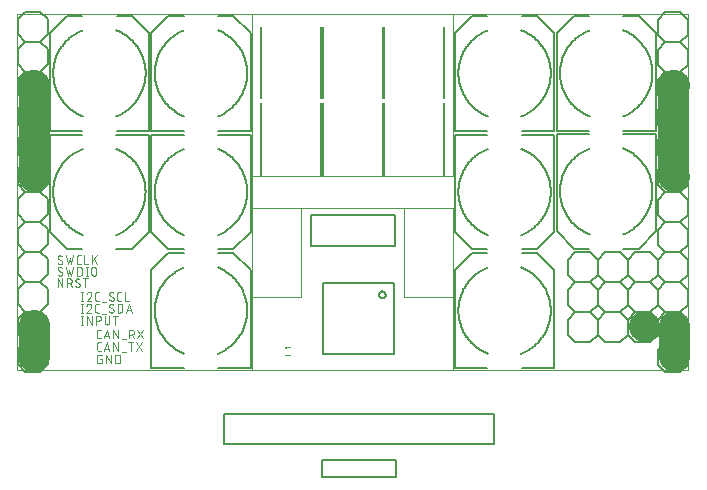
<source format=gbr>
G04 EAGLE Gerber RS-274X export*
G75*
%MOMM*%
%FSLAX34Y34*%
%LPD*%
%INSilkscreen Top*%
%IPPOS*%
%AMOC8*
5,1,8,0,0,1.08239X$1,22.5*%
G01*
%ADD10C,0.088900*%
%ADD11C,0.076200*%
%ADD12C,2.540000*%
%ADD13C,0.127000*%
%ADD14C,0.101600*%
%ADD15R,0.250000X0.225000*%
%ADD16C,0.152400*%
%ADD17C,0.203200*%


D10*
X220472Y371285D02*
X390652Y371285D01*
X390652Y233998D01*
X220472Y233998D01*
X220472Y371285D01*
X220472Y206820D02*
X390652Y206820D01*
D11*
X390716Y131572D02*
X349250Y131572D01*
X349250Y206883D01*
X261874Y131572D02*
X220409Y131572D01*
X261874Y131572D02*
X261874Y206883D01*
D10*
X220472Y69469D02*
X390652Y69469D01*
X220472Y69469D02*
X220472Y206756D01*
X390652Y206756D01*
X390652Y69469D01*
X220472Y207709D02*
X220472Y233109D01*
X390652Y69469D02*
X589598Y69469D01*
X589598Y371285D02*
X390652Y371285D01*
X220472Y371285D02*
X21590Y371285D01*
X21590Y69469D02*
X220472Y69469D01*
X21590Y69469D02*
X21590Y371285D01*
X589598Y371285D02*
X589598Y69469D01*
D12*
X35687Y81153D02*
X35687Y107569D01*
X36449Y107569D01*
X36449Y80772D01*
X35243Y80772D01*
X35624Y94615D02*
X35624Y107506D01*
X35306Y107506D01*
X35878Y233553D02*
X35878Y310579D01*
X35179Y310579D01*
X35179Y310706D01*
X36576Y310706D01*
X36576Y233426D01*
X36640Y233426D01*
X36640Y233236D01*
X35243Y233236D01*
X577914Y107061D02*
X577914Y81026D01*
X577914Y107061D02*
X577279Y107061D01*
X577914Y107061D02*
X578549Y107061D01*
X578549Y80582D01*
X577342Y80582D01*
X577342Y80455D01*
X577787Y233807D02*
X577787Y310388D01*
X578231Y310388D01*
X578231Y310515D01*
X577088Y310515D01*
X577088Y233363D01*
X576326Y233363D01*
X576326Y232728D01*
X578358Y232728D01*
X552006Y107188D02*
X552006Y106363D01*
X552006Y107188D02*
X551815Y107188D01*
X552006Y107188D02*
X553022Y107188D01*
X553022Y106109D01*
X553212Y106109D01*
X553212Y105918D01*
X552006Y105918D01*
D11*
X59782Y160831D02*
X59780Y160753D01*
X59775Y160675D01*
X59765Y160598D01*
X59752Y160521D01*
X59736Y160445D01*
X59716Y160370D01*
X59692Y160296D01*
X59665Y160223D01*
X59634Y160151D01*
X59600Y160081D01*
X59563Y160013D01*
X59522Y159946D01*
X59478Y159881D01*
X59432Y159819D01*
X59382Y159759D01*
X59330Y159701D01*
X59275Y159646D01*
X59217Y159594D01*
X59157Y159544D01*
X59095Y159498D01*
X59030Y159454D01*
X58964Y159413D01*
X58895Y159376D01*
X58825Y159342D01*
X58753Y159311D01*
X58680Y159284D01*
X58606Y159260D01*
X58531Y159240D01*
X58455Y159224D01*
X58378Y159211D01*
X58301Y159201D01*
X58223Y159196D01*
X58145Y159194D01*
X58031Y159196D01*
X57918Y159201D01*
X57804Y159211D01*
X57691Y159224D01*
X57579Y159241D01*
X57467Y159261D01*
X57356Y159285D01*
X57245Y159313D01*
X57136Y159344D01*
X57028Y159379D01*
X56921Y159418D01*
X56815Y159460D01*
X56711Y159505D01*
X56608Y159554D01*
X56507Y159607D01*
X56408Y159662D01*
X56310Y159721D01*
X56215Y159783D01*
X56122Y159848D01*
X56030Y159916D01*
X55942Y159987D01*
X55855Y160061D01*
X55771Y160138D01*
X55690Y160217D01*
X55894Y164924D02*
X55896Y165002D01*
X55901Y165080D01*
X55911Y165157D01*
X55924Y165234D01*
X55940Y165310D01*
X55960Y165385D01*
X55984Y165459D01*
X56011Y165532D01*
X56042Y165604D01*
X56076Y165674D01*
X56113Y165743D01*
X56154Y165809D01*
X56198Y165874D01*
X56244Y165936D01*
X56294Y165996D01*
X56346Y166054D01*
X56401Y166109D01*
X56459Y166161D01*
X56519Y166211D01*
X56581Y166257D01*
X56646Y166301D01*
X56713Y166342D01*
X56781Y166379D01*
X56851Y166413D01*
X56923Y166444D01*
X56996Y166471D01*
X57070Y166495D01*
X57145Y166515D01*
X57221Y166531D01*
X57298Y166544D01*
X57375Y166554D01*
X57453Y166559D01*
X57531Y166561D01*
X57531Y166560D02*
X57641Y166558D01*
X57750Y166552D01*
X57860Y166542D01*
X57968Y166529D01*
X58077Y166511D01*
X58184Y166490D01*
X58291Y166464D01*
X58397Y166435D01*
X58502Y166403D01*
X58605Y166366D01*
X58707Y166326D01*
X58808Y166282D01*
X58907Y166234D01*
X59004Y166184D01*
X59099Y166129D01*
X59192Y166071D01*
X59283Y166010D01*
X59372Y165946D01*
X56713Y163491D02*
X56646Y163533D01*
X56581Y163577D01*
X56519Y163625D01*
X56459Y163675D01*
X56401Y163728D01*
X56346Y163784D01*
X56294Y163843D01*
X56244Y163903D01*
X56197Y163967D01*
X56154Y164032D01*
X56113Y164099D01*
X56076Y164168D01*
X56042Y164239D01*
X56011Y164311D01*
X55984Y164385D01*
X55960Y164459D01*
X55940Y164535D01*
X55924Y164612D01*
X55911Y164689D01*
X55901Y164767D01*
X55896Y164846D01*
X55894Y164924D01*
X58963Y162263D02*
X59029Y162221D01*
X59094Y162177D01*
X59156Y162130D01*
X59216Y162079D01*
X59274Y162026D01*
X59329Y161970D01*
X59382Y161912D01*
X59431Y161851D01*
X59478Y161788D01*
X59521Y161723D01*
X59562Y161656D01*
X59599Y161587D01*
X59633Y161516D01*
X59664Y161444D01*
X59691Y161370D01*
X59715Y161295D01*
X59735Y161220D01*
X59751Y161143D01*
X59764Y161066D01*
X59774Y160988D01*
X59779Y160909D01*
X59781Y160831D01*
X58963Y162264D02*
X56713Y163491D01*
X62509Y166561D02*
X64145Y159195D01*
X65782Y164105D01*
X67419Y159195D01*
X69056Y166561D01*
X73641Y159195D02*
X75277Y159195D01*
X73641Y159194D02*
X73563Y159196D01*
X73485Y159201D01*
X73408Y159211D01*
X73331Y159224D01*
X73255Y159240D01*
X73180Y159260D01*
X73106Y159284D01*
X73033Y159311D01*
X72961Y159342D01*
X72891Y159376D01*
X72823Y159413D01*
X72756Y159454D01*
X72691Y159498D01*
X72629Y159544D01*
X72569Y159594D01*
X72511Y159646D01*
X72456Y159701D01*
X72404Y159759D01*
X72354Y159819D01*
X72308Y159881D01*
X72264Y159946D01*
X72223Y160013D01*
X72186Y160081D01*
X72152Y160151D01*
X72121Y160223D01*
X72094Y160296D01*
X72070Y160370D01*
X72050Y160445D01*
X72034Y160521D01*
X72021Y160598D01*
X72011Y160675D01*
X72006Y160753D01*
X72004Y160831D01*
X72004Y164924D01*
X72006Y165004D01*
X72012Y165084D01*
X72022Y165164D01*
X72035Y165243D01*
X72053Y165322D01*
X72074Y165399D01*
X72100Y165475D01*
X72129Y165550D01*
X72161Y165624D01*
X72197Y165696D01*
X72237Y165766D01*
X72280Y165833D01*
X72326Y165899D01*
X72376Y165962D01*
X72428Y166023D01*
X72483Y166082D01*
X72542Y166137D01*
X72602Y166189D01*
X72666Y166239D01*
X72732Y166285D01*
X72799Y166328D01*
X72869Y166368D01*
X72941Y166404D01*
X73015Y166436D01*
X73089Y166465D01*
X73166Y166491D01*
X73243Y166512D01*
X73322Y166530D01*
X73401Y166543D01*
X73481Y166553D01*
X73561Y166559D01*
X73641Y166561D01*
X75277Y166561D01*
X78382Y166561D02*
X78382Y159195D01*
X81656Y159195D01*
X84824Y159195D02*
X84824Y166561D01*
X88916Y166561D02*
X84824Y162059D01*
X86461Y163696D02*
X88916Y159195D01*
X55626Y147193D02*
X55626Y139827D01*
X59718Y139827D02*
X55626Y147193D01*
X59718Y147193D02*
X59718Y139827D01*
X63480Y139827D02*
X63480Y147193D01*
X65526Y147193D01*
X65615Y147191D01*
X65704Y147185D01*
X65793Y147175D01*
X65881Y147162D01*
X65969Y147145D01*
X66056Y147123D01*
X66141Y147098D01*
X66226Y147070D01*
X66309Y147037D01*
X66391Y147001D01*
X66471Y146962D01*
X66549Y146919D01*
X66625Y146873D01*
X66700Y146823D01*
X66772Y146770D01*
X66841Y146714D01*
X66908Y146655D01*
X66973Y146594D01*
X67034Y146529D01*
X67093Y146462D01*
X67149Y146393D01*
X67202Y146321D01*
X67252Y146246D01*
X67298Y146170D01*
X67341Y146092D01*
X67380Y146012D01*
X67416Y145930D01*
X67449Y145847D01*
X67477Y145762D01*
X67502Y145677D01*
X67524Y145590D01*
X67541Y145502D01*
X67554Y145414D01*
X67564Y145325D01*
X67570Y145236D01*
X67572Y145147D01*
X67570Y145058D01*
X67564Y144969D01*
X67554Y144880D01*
X67541Y144792D01*
X67524Y144704D01*
X67502Y144617D01*
X67477Y144532D01*
X67449Y144447D01*
X67416Y144364D01*
X67380Y144282D01*
X67341Y144202D01*
X67298Y144124D01*
X67252Y144048D01*
X67202Y143973D01*
X67149Y143901D01*
X67093Y143832D01*
X67034Y143765D01*
X66973Y143700D01*
X66908Y143639D01*
X66841Y143580D01*
X66772Y143524D01*
X66700Y143471D01*
X66625Y143421D01*
X66549Y143375D01*
X66471Y143332D01*
X66391Y143293D01*
X66309Y143257D01*
X66226Y143224D01*
X66141Y143196D01*
X66056Y143171D01*
X65969Y143149D01*
X65881Y143132D01*
X65793Y143119D01*
X65704Y143109D01*
X65615Y143103D01*
X65526Y143101D01*
X63480Y143101D01*
X65935Y143101D02*
X67572Y139827D01*
X72956Y139827D02*
X73034Y139829D01*
X73112Y139834D01*
X73189Y139844D01*
X73266Y139857D01*
X73342Y139873D01*
X73417Y139893D01*
X73491Y139917D01*
X73564Y139944D01*
X73636Y139975D01*
X73706Y140009D01*
X73775Y140046D01*
X73841Y140087D01*
X73906Y140131D01*
X73968Y140177D01*
X74028Y140227D01*
X74086Y140279D01*
X74141Y140334D01*
X74193Y140392D01*
X74243Y140452D01*
X74289Y140514D01*
X74333Y140579D01*
X74374Y140646D01*
X74411Y140714D01*
X74445Y140784D01*
X74476Y140856D01*
X74503Y140929D01*
X74527Y141003D01*
X74547Y141078D01*
X74563Y141154D01*
X74576Y141231D01*
X74586Y141308D01*
X74591Y141386D01*
X74593Y141464D01*
X72956Y139827D02*
X72842Y139829D01*
X72729Y139834D01*
X72615Y139844D01*
X72502Y139857D01*
X72390Y139874D01*
X72278Y139894D01*
X72167Y139918D01*
X72056Y139946D01*
X71947Y139977D01*
X71839Y140012D01*
X71732Y140051D01*
X71626Y140093D01*
X71522Y140138D01*
X71419Y140187D01*
X71318Y140240D01*
X71219Y140295D01*
X71121Y140354D01*
X71026Y140416D01*
X70933Y140481D01*
X70841Y140549D01*
X70753Y140620D01*
X70666Y140694D01*
X70582Y140771D01*
X70501Y140850D01*
X70705Y145556D02*
X70707Y145634D01*
X70712Y145712D01*
X70722Y145789D01*
X70735Y145866D01*
X70751Y145942D01*
X70771Y146017D01*
X70795Y146091D01*
X70822Y146164D01*
X70853Y146236D01*
X70887Y146306D01*
X70924Y146375D01*
X70965Y146441D01*
X71009Y146506D01*
X71055Y146568D01*
X71105Y146628D01*
X71157Y146686D01*
X71212Y146741D01*
X71270Y146793D01*
X71330Y146843D01*
X71392Y146889D01*
X71457Y146933D01*
X71524Y146974D01*
X71592Y147011D01*
X71662Y147045D01*
X71734Y147076D01*
X71807Y147103D01*
X71881Y147127D01*
X71956Y147147D01*
X72032Y147163D01*
X72109Y147176D01*
X72186Y147186D01*
X72264Y147191D01*
X72342Y147193D01*
X72452Y147191D01*
X72561Y147185D01*
X72671Y147175D01*
X72779Y147162D01*
X72888Y147144D01*
X72995Y147123D01*
X73102Y147097D01*
X73208Y147068D01*
X73313Y147036D01*
X73416Y146999D01*
X73518Y146959D01*
X73619Y146915D01*
X73718Y146867D01*
X73815Y146817D01*
X73910Y146762D01*
X74003Y146704D01*
X74094Y146643D01*
X74183Y146579D01*
X71523Y144123D02*
X71456Y144165D01*
X71391Y144209D01*
X71329Y144257D01*
X71269Y144307D01*
X71211Y144360D01*
X71156Y144416D01*
X71104Y144475D01*
X71054Y144535D01*
X71007Y144599D01*
X70964Y144664D01*
X70923Y144731D01*
X70886Y144800D01*
X70852Y144871D01*
X70821Y144943D01*
X70794Y145017D01*
X70770Y145091D01*
X70750Y145167D01*
X70734Y145244D01*
X70721Y145321D01*
X70711Y145399D01*
X70706Y145478D01*
X70704Y145556D01*
X73774Y142896D02*
X73840Y142854D01*
X73905Y142810D01*
X73967Y142763D01*
X74027Y142712D01*
X74085Y142659D01*
X74140Y142603D01*
X74193Y142545D01*
X74242Y142484D01*
X74289Y142421D01*
X74332Y142356D01*
X74373Y142289D01*
X74410Y142220D01*
X74444Y142149D01*
X74475Y142077D01*
X74502Y142003D01*
X74526Y141928D01*
X74546Y141853D01*
X74562Y141776D01*
X74575Y141699D01*
X74585Y141621D01*
X74590Y141542D01*
X74592Y141464D01*
X73774Y142896D02*
X71523Y144124D01*
X79130Y147193D02*
X79130Y139827D01*
X77084Y147193D02*
X81176Y147193D01*
X59718Y151052D02*
X59716Y150974D01*
X59711Y150896D01*
X59701Y150819D01*
X59688Y150742D01*
X59672Y150666D01*
X59652Y150591D01*
X59628Y150517D01*
X59601Y150444D01*
X59570Y150372D01*
X59536Y150302D01*
X59499Y150234D01*
X59458Y150167D01*
X59414Y150102D01*
X59368Y150040D01*
X59318Y149980D01*
X59266Y149922D01*
X59211Y149867D01*
X59153Y149815D01*
X59093Y149765D01*
X59031Y149719D01*
X58966Y149675D01*
X58900Y149634D01*
X58831Y149597D01*
X58761Y149563D01*
X58689Y149532D01*
X58616Y149505D01*
X58542Y149481D01*
X58467Y149461D01*
X58391Y149445D01*
X58314Y149432D01*
X58237Y149422D01*
X58159Y149417D01*
X58081Y149415D01*
X57967Y149417D01*
X57854Y149422D01*
X57740Y149432D01*
X57627Y149445D01*
X57515Y149462D01*
X57403Y149482D01*
X57292Y149506D01*
X57181Y149534D01*
X57072Y149565D01*
X56964Y149600D01*
X56857Y149639D01*
X56751Y149681D01*
X56647Y149726D01*
X56544Y149775D01*
X56443Y149828D01*
X56344Y149883D01*
X56246Y149942D01*
X56151Y150004D01*
X56058Y150069D01*
X55966Y150137D01*
X55878Y150208D01*
X55791Y150282D01*
X55707Y150359D01*
X55626Y150438D01*
X55830Y155145D02*
X55832Y155223D01*
X55837Y155301D01*
X55847Y155378D01*
X55860Y155455D01*
X55876Y155531D01*
X55896Y155606D01*
X55920Y155680D01*
X55947Y155753D01*
X55978Y155825D01*
X56012Y155895D01*
X56049Y155964D01*
X56090Y156030D01*
X56134Y156095D01*
X56180Y156157D01*
X56230Y156217D01*
X56282Y156275D01*
X56337Y156330D01*
X56395Y156382D01*
X56455Y156432D01*
X56517Y156478D01*
X56582Y156522D01*
X56649Y156563D01*
X56717Y156600D01*
X56787Y156634D01*
X56859Y156665D01*
X56932Y156692D01*
X57006Y156716D01*
X57081Y156736D01*
X57157Y156752D01*
X57234Y156765D01*
X57311Y156775D01*
X57389Y156780D01*
X57467Y156782D01*
X57467Y156781D02*
X57577Y156779D01*
X57686Y156773D01*
X57796Y156763D01*
X57904Y156750D01*
X58013Y156732D01*
X58120Y156711D01*
X58227Y156685D01*
X58333Y156656D01*
X58438Y156624D01*
X58541Y156587D01*
X58643Y156547D01*
X58744Y156503D01*
X58843Y156455D01*
X58940Y156405D01*
X59035Y156350D01*
X59128Y156292D01*
X59219Y156231D01*
X59308Y156167D01*
X56649Y153712D02*
X56582Y153754D01*
X56517Y153798D01*
X56455Y153846D01*
X56395Y153896D01*
X56337Y153949D01*
X56282Y154005D01*
X56230Y154064D01*
X56180Y154124D01*
X56133Y154188D01*
X56090Y154253D01*
X56049Y154320D01*
X56012Y154389D01*
X55978Y154460D01*
X55947Y154532D01*
X55920Y154606D01*
X55896Y154680D01*
X55876Y154756D01*
X55860Y154833D01*
X55847Y154910D01*
X55837Y154988D01*
X55832Y155067D01*
X55830Y155145D01*
X58900Y152484D02*
X58966Y152442D01*
X59031Y152398D01*
X59093Y152351D01*
X59153Y152300D01*
X59211Y152247D01*
X59266Y152191D01*
X59319Y152133D01*
X59368Y152072D01*
X59415Y152009D01*
X59458Y151944D01*
X59499Y151877D01*
X59536Y151808D01*
X59570Y151737D01*
X59601Y151665D01*
X59628Y151591D01*
X59652Y151516D01*
X59672Y151441D01*
X59688Y151364D01*
X59701Y151287D01*
X59711Y151209D01*
X59716Y151130D01*
X59718Y151052D01*
X58900Y152485D02*
X56649Y153712D01*
X62445Y156782D02*
X64082Y149416D01*
X65719Y154326D01*
X67356Y149416D01*
X68993Y156782D01*
X72207Y156782D02*
X72207Y149416D01*
X72207Y156782D02*
X74253Y156782D01*
X74253Y156781D02*
X74342Y156779D01*
X74431Y156773D01*
X74520Y156763D01*
X74608Y156750D01*
X74696Y156733D01*
X74783Y156711D01*
X74868Y156686D01*
X74953Y156658D01*
X75036Y156625D01*
X75118Y156589D01*
X75198Y156550D01*
X75276Y156507D01*
X75352Y156461D01*
X75427Y156411D01*
X75499Y156358D01*
X75568Y156302D01*
X75635Y156243D01*
X75700Y156182D01*
X75761Y156117D01*
X75820Y156050D01*
X75876Y155981D01*
X75929Y155909D01*
X75979Y155834D01*
X76025Y155758D01*
X76068Y155680D01*
X76107Y155600D01*
X76143Y155518D01*
X76176Y155435D01*
X76204Y155350D01*
X76229Y155265D01*
X76251Y155178D01*
X76268Y155090D01*
X76281Y155002D01*
X76291Y154913D01*
X76297Y154824D01*
X76299Y154735D01*
X76299Y151462D01*
X76297Y151373D01*
X76291Y151284D01*
X76281Y151195D01*
X76268Y151107D01*
X76251Y151019D01*
X76229Y150932D01*
X76204Y150847D01*
X76176Y150762D01*
X76143Y150679D01*
X76107Y150597D01*
X76068Y150517D01*
X76025Y150439D01*
X75979Y150363D01*
X75929Y150288D01*
X75876Y150216D01*
X75820Y150147D01*
X75761Y150080D01*
X75700Y150015D01*
X75635Y149954D01*
X75568Y149895D01*
X75499Y149839D01*
X75427Y149786D01*
X75352Y149736D01*
X75276Y149690D01*
X75198Y149647D01*
X75118Y149608D01*
X75036Y149572D01*
X74953Y149539D01*
X74868Y149511D01*
X74783Y149486D01*
X74696Y149464D01*
X74608Y149447D01*
X74520Y149434D01*
X74431Y149424D01*
X74342Y149418D01*
X74253Y149416D01*
X72207Y149416D01*
X80349Y149416D02*
X80349Y156782D01*
X79531Y149416D02*
X81168Y149416D01*
X81168Y156782D02*
X79531Y156782D01*
X84155Y154735D02*
X84155Y151462D01*
X84155Y154735D02*
X84157Y154824D01*
X84163Y154913D01*
X84173Y155002D01*
X84186Y155090D01*
X84203Y155178D01*
X84225Y155265D01*
X84250Y155350D01*
X84278Y155435D01*
X84311Y155518D01*
X84347Y155600D01*
X84386Y155680D01*
X84429Y155758D01*
X84475Y155834D01*
X84525Y155909D01*
X84578Y155981D01*
X84634Y156050D01*
X84693Y156117D01*
X84754Y156182D01*
X84819Y156243D01*
X84886Y156302D01*
X84955Y156358D01*
X85027Y156411D01*
X85102Y156461D01*
X85178Y156507D01*
X85256Y156550D01*
X85336Y156589D01*
X85418Y156625D01*
X85501Y156658D01*
X85586Y156686D01*
X85671Y156711D01*
X85758Y156733D01*
X85846Y156750D01*
X85934Y156763D01*
X86023Y156773D01*
X86112Y156779D01*
X86201Y156781D01*
X86290Y156779D01*
X86379Y156773D01*
X86468Y156763D01*
X86556Y156750D01*
X86644Y156733D01*
X86731Y156711D01*
X86816Y156686D01*
X86901Y156658D01*
X86984Y156625D01*
X87066Y156589D01*
X87146Y156550D01*
X87224Y156507D01*
X87300Y156461D01*
X87375Y156411D01*
X87447Y156358D01*
X87516Y156302D01*
X87583Y156243D01*
X87648Y156182D01*
X87709Y156117D01*
X87768Y156050D01*
X87824Y155981D01*
X87877Y155909D01*
X87927Y155834D01*
X87973Y155758D01*
X88016Y155680D01*
X88055Y155600D01*
X88091Y155518D01*
X88124Y155435D01*
X88152Y155350D01*
X88177Y155265D01*
X88199Y155178D01*
X88216Y155090D01*
X88229Y155002D01*
X88239Y154913D01*
X88245Y154824D01*
X88247Y154735D01*
X88247Y151462D01*
X88245Y151373D01*
X88239Y151284D01*
X88229Y151195D01*
X88216Y151107D01*
X88199Y151019D01*
X88177Y150932D01*
X88152Y150847D01*
X88124Y150762D01*
X88091Y150679D01*
X88055Y150597D01*
X88016Y150517D01*
X87973Y150439D01*
X87927Y150363D01*
X87877Y150288D01*
X87824Y150216D01*
X87768Y150147D01*
X87709Y150080D01*
X87648Y150015D01*
X87583Y149954D01*
X87516Y149895D01*
X87447Y149839D01*
X87375Y149786D01*
X87300Y149736D01*
X87224Y149690D01*
X87146Y149647D01*
X87066Y149608D01*
X86984Y149572D01*
X86901Y149539D01*
X86816Y149511D01*
X86731Y149486D01*
X86644Y149464D01*
X86556Y149447D01*
X86468Y149434D01*
X86379Y149424D01*
X86290Y149418D01*
X86201Y149416D01*
X86112Y149418D01*
X86023Y149424D01*
X85934Y149434D01*
X85846Y149447D01*
X85758Y149464D01*
X85671Y149486D01*
X85586Y149511D01*
X85501Y149539D01*
X85418Y149572D01*
X85336Y149608D01*
X85256Y149647D01*
X85178Y149690D01*
X85102Y149736D01*
X85027Y149786D01*
X84955Y149839D01*
X84886Y149895D01*
X84819Y149954D01*
X84754Y150015D01*
X84693Y150080D01*
X84634Y150147D01*
X84578Y150216D01*
X84525Y150288D01*
X84475Y150363D01*
X84429Y150439D01*
X84386Y150517D01*
X84347Y150597D01*
X84311Y150679D01*
X84278Y150762D01*
X84250Y150847D01*
X84225Y150932D01*
X84203Y151019D01*
X84186Y151107D01*
X84173Y151195D01*
X84163Y151284D01*
X84157Y151373D01*
X84155Y151462D01*
X76320Y135636D02*
X76320Y128270D01*
X75502Y128270D02*
X77138Y128270D01*
X77138Y135636D02*
X75502Y135636D01*
X82377Y135637D02*
X82462Y135635D01*
X82547Y135629D01*
X82631Y135619D01*
X82715Y135606D01*
X82799Y135588D01*
X82881Y135567D01*
X82962Y135542D01*
X83042Y135513D01*
X83121Y135480D01*
X83198Y135444D01*
X83273Y135404D01*
X83347Y135361D01*
X83418Y135315D01*
X83487Y135265D01*
X83554Y135212D01*
X83618Y135156D01*
X83679Y135097D01*
X83738Y135036D01*
X83794Y134972D01*
X83847Y134905D01*
X83897Y134836D01*
X83943Y134765D01*
X83986Y134691D01*
X84026Y134616D01*
X84062Y134539D01*
X84095Y134460D01*
X84124Y134380D01*
X84149Y134299D01*
X84170Y134217D01*
X84188Y134133D01*
X84201Y134049D01*
X84211Y133965D01*
X84217Y133880D01*
X84219Y133795D01*
X82377Y135636D02*
X82281Y135634D01*
X82185Y135628D01*
X82090Y135618D01*
X81995Y135605D01*
X81900Y135587D01*
X81807Y135566D01*
X81714Y135541D01*
X81623Y135512D01*
X81532Y135480D01*
X81443Y135444D01*
X81356Y135404D01*
X81270Y135361D01*
X81186Y135315D01*
X81104Y135265D01*
X81024Y135211D01*
X80947Y135155D01*
X80872Y135095D01*
X80799Y135033D01*
X80729Y134967D01*
X80661Y134899D01*
X80596Y134828D01*
X80535Y134755D01*
X80476Y134679D01*
X80420Y134600D01*
X80368Y134520D01*
X80319Y134437D01*
X80273Y134353D01*
X80231Y134267D01*
X80193Y134179D01*
X80158Y134090D01*
X80126Y133999D01*
X83604Y132363D02*
X83664Y132422D01*
X83721Y132484D01*
X83776Y132548D01*
X83827Y132615D01*
X83876Y132684D01*
X83922Y132754D01*
X83965Y132827D01*
X84005Y132901D01*
X84041Y132977D01*
X84074Y133055D01*
X84104Y133134D01*
X84131Y133214D01*
X84154Y133295D01*
X84173Y133377D01*
X84189Y133459D01*
X84202Y133543D01*
X84211Y133627D01*
X84216Y133711D01*
X84218Y133795D01*
X83604Y132362D02*
X80126Y128270D01*
X84218Y128270D01*
X89055Y128270D02*
X90692Y128270D01*
X89055Y128270D02*
X88977Y128272D01*
X88899Y128277D01*
X88822Y128287D01*
X88745Y128300D01*
X88669Y128316D01*
X88594Y128336D01*
X88520Y128360D01*
X88447Y128387D01*
X88375Y128418D01*
X88305Y128452D01*
X88237Y128489D01*
X88170Y128530D01*
X88105Y128574D01*
X88043Y128620D01*
X87983Y128670D01*
X87925Y128722D01*
X87870Y128777D01*
X87818Y128835D01*
X87768Y128895D01*
X87722Y128957D01*
X87678Y129022D01*
X87637Y129089D01*
X87600Y129157D01*
X87566Y129227D01*
X87535Y129299D01*
X87508Y129372D01*
X87484Y129446D01*
X87464Y129521D01*
X87448Y129597D01*
X87435Y129674D01*
X87425Y129751D01*
X87420Y129829D01*
X87418Y129907D01*
X87418Y133999D01*
X87420Y134079D01*
X87426Y134159D01*
X87436Y134239D01*
X87449Y134318D01*
X87467Y134397D01*
X87488Y134474D01*
X87514Y134550D01*
X87543Y134625D01*
X87575Y134699D01*
X87611Y134771D01*
X87651Y134841D01*
X87694Y134908D01*
X87740Y134974D01*
X87790Y135037D01*
X87842Y135098D01*
X87897Y135157D01*
X87956Y135212D01*
X88016Y135264D01*
X88080Y135314D01*
X88146Y135360D01*
X88213Y135403D01*
X88283Y135443D01*
X88355Y135479D01*
X88429Y135511D01*
X88503Y135540D01*
X88580Y135566D01*
X88657Y135587D01*
X88736Y135605D01*
X88815Y135618D01*
X88895Y135628D01*
X88975Y135634D01*
X89055Y135636D01*
X90692Y135636D01*
X93215Y127452D02*
X96489Y127452D01*
X101601Y128270D02*
X101679Y128272D01*
X101757Y128277D01*
X101834Y128287D01*
X101911Y128300D01*
X101987Y128316D01*
X102062Y128336D01*
X102136Y128360D01*
X102209Y128387D01*
X102281Y128418D01*
X102351Y128452D01*
X102420Y128489D01*
X102486Y128530D01*
X102551Y128574D01*
X102613Y128620D01*
X102673Y128670D01*
X102731Y128722D01*
X102786Y128777D01*
X102838Y128835D01*
X102888Y128895D01*
X102934Y128957D01*
X102978Y129022D01*
X103019Y129089D01*
X103056Y129157D01*
X103090Y129227D01*
X103121Y129299D01*
X103148Y129372D01*
X103172Y129446D01*
X103192Y129521D01*
X103208Y129597D01*
X103221Y129674D01*
X103231Y129751D01*
X103236Y129829D01*
X103238Y129907D01*
X101601Y128270D02*
X101487Y128272D01*
X101374Y128277D01*
X101260Y128287D01*
X101147Y128300D01*
X101035Y128317D01*
X100923Y128337D01*
X100812Y128361D01*
X100701Y128389D01*
X100592Y128420D01*
X100484Y128455D01*
X100377Y128494D01*
X100271Y128536D01*
X100167Y128581D01*
X100064Y128630D01*
X99963Y128683D01*
X99864Y128738D01*
X99766Y128797D01*
X99671Y128859D01*
X99578Y128924D01*
X99486Y128992D01*
X99398Y129063D01*
X99311Y129137D01*
X99227Y129214D01*
X99146Y129293D01*
X99350Y133999D02*
X99352Y134077D01*
X99357Y134155D01*
X99367Y134232D01*
X99380Y134309D01*
X99396Y134385D01*
X99416Y134460D01*
X99440Y134534D01*
X99467Y134607D01*
X99498Y134679D01*
X99532Y134749D01*
X99569Y134818D01*
X99610Y134884D01*
X99654Y134949D01*
X99700Y135011D01*
X99750Y135071D01*
X99802Y135129D01*
X99857Y135184D01*
X99915Y135236D01*
X99975Y135286D01*
X100037Y135332D01*
X100102Y135376D01*
X100169Y135417D01*
X100237Y135454D01*
X100307Y135488D01*
X100379Y135519D01*
X100452Y135546D01*
X100526Y135570D01*
X100601Y135590D01*
X100677Y135606D01*
X100754Y135619D01*
X100831Y135629D01*
X100909Y135634D01*
X100987Y135636D01*
X101097Y135634D01*
X101206Y135628D01*
X101316Y135618D01*
X101424Y135605D01*
X101533Y135587D01*
X101640Y135566D01*
X101747Y135540D01*
X101853Y135511D01*
X101958Y135479D01*
X102061Y135442D01*
X102163Y135402D01*
X102264Y135358D01*
X102363Y135310D01*
X102460Y135260D01*
X102555Y135205D01*
X102648Y135147D01*
X102739Y135086D01*
X102828Y135022D01*
X100169Y132566D02*
X100102Y132608D01*
X100037Y132652D01*
X99975Y132700D01*
X99915Y132750D01*
X99857Y132803D01*
X99802Y132859D01*
X99750Y132918D01*
X99700Y132978D01*
X99653Y133042D01*
X99610Y133107D01*
X99569Y133174D01*
X99532Y133243D01*
X99498Y133314D01*
X99467Y133386D01*
X99440Y133460D01*
X99416Y133534D01*
X99396Y133610D01*
X99380Y133687D01*
X99367Y133764D01*
X99357Y133842D01*
X99352Y133921D01*
X99350Y133999D01*
X102419Y131339D02*
X102485Y131297D01*
X102550Y131253D01*
X102612Y131206D01*
X102672Y131155D01*
X102730Y131102D01*
X102785Y131046D01*
X102838Y130988D01*
X102887Y130927D01*
X102934Y130864D01*
X102977Y130799D01*
X103018Y130732D01*
X103055Y130663D01*
X103089Y130592D01*
X103120Y130520D01*
X103147Y130446D01*
X103171Y130371D01*
X103191Y130296D01*
X103207Y130219D01*
X103220Y130142D01*
X103230Y130064D01*
X103235Y129985D01*
X103237Y129907D01*
X102419Y131339D02*
X100169Y132567D01*
X107831Y128270D02*
X109468Y128270D01*
X107831Y128270D02*
X107753Y128272D01*
X107675Y128277D01*
X107598Y128287D01*
X107521Y128300D01*
X107445Y128316D01*
X107370Y128336D01*
X107296Y128360D01*
X107223Y128387D01*
X107151Y128418D01*
X107081Y128452D01*
X107013Y128489D01*
X106946Y128530D01*
X106881Y128574D01*
X106819Y128620D01*
X106759Y128670D01*
X106701Y128722D01*
X106646Y128777D01*
X106594Y128835D01*
X106544Y128895D01*
X106498Y128957D01*
X106454Y129022D01*
X106413Y129089D01*
X106376Y129157D01*
X106342Y129227D01*
X106311Y129299D01*
X106284Y129372D01*
X106260Y129446D01*
X106240Y129521D01*
X106224Y129597D01*
X106211Y129674D01*
X106201Y129751D01*
X106196Y129829D01*
X106194Y129907D01*
X106194Y133999D01*
X106196Y134079D01*
X106202Y134159D01*
X106212Y134239D01*
X106225Y134318D01*
X106243Y134397D01*
X106264Y134474D01*
X106290Y134550D01*
X106319Y134625D01*
X106351Y134699D01*
X106387Y134771D01*
X106427Y134841D01*
X106470Y134908D01*
X106516Y134974D01*
X106566Y135037D01*
X106618Y135098D01*
X106673Y135157D01*
X106732Y135212D01*
X106792Y135264D01*
X106856Y135314D01*
X106922Y135360D01*
X106989Y135403D01*
X107059Y135443D01*
X107131Y135479D01*
X107205Y135511D01*
X107279Y135540D01*
X107356Y135566D01*
X107433Y135587D01*
X107512Y135605D01*
X107591Y135618D01*
X107671Y135628D01*
X107751Y135634D01*
X107831Y135636D01*
X109468Y135636D01*
X112572Y135636D02*
X112572Y128270D01*
X115846Y128270D01*
X76256Y125603D02*
X76256Y118237D01*
X75438Y118237D02*
X77075Y118237D01*
X77075Y125603D02*
X75438Y125603D01*
X82313Y125604D02*
X82398Y125602D01*
X82483Y125596D01*
X82567Y125586D01*
X82651Y125573D01*
X82735Y125555D01*
X82817Y125534D01*
X82898Y125509D01*
X82978Y125480D01*
X83057Y125447D01*
X83134Y125411D01*
X83209Y125371D01*
X83283Y125328D01*
X83354Y125282D01*
X83423Y125232D01*
X83490Y125179D01*
X83554Y125123D01*
X83615Y125064D01*
X83674Y125003D01*
X83730Y124939D01*
X83783Y124872D01*
X83833Y124803D01*
X83879Y124732D01*
X83922Y124658D01*
X83962Y124583D01*
X83998Y124506D01*
X84031Y124427D01*
X84060Y124347D01*
X84085Y124266D01*
X84106Y124184D01*
X84124Y124100D01*
X84137Y124016D01*
X84147Y123932D01*
X84153Y123847D01*
X84155Y123762D01*
X82313Y125603D02*
X82217Y125601D01*
X82121Y125595D01*
X82026Y125585D01*
X81931Y125572D01*
X81836Y125554D01*
X81743Y125533D01*
X81650Y125508D01*
X81559Y125479D01*
X81468Y125447D01*
X81379Y125411D01*
X81292Y125371D01*
X81206Y125328D01*
X81122Y125282D01*
X81040Y125232D01*
X80960Y125178D01*
X80883Y125122D01*
X80808Y125062D01*
X80735Y125000D01*
X80665Y124934D01*
X80597Y124866D01*
X80532Y124795D01*
X80471Y124722D01*
X80412Y124646D01*
X80356Y124567D01*
X80304Y124487D01*
X80255Y124404D01*
X80209Y124320D01*
X80167Y124234D01*
X80129Y124146D01*
X80094Y124057D01*
X80062Y123966D01*
X83541Y122330D02*
X83601Y122389D01*
X83658Y122451D01*
X83713Y122515D01*
X83764Y122582D01*
X83813Y122651D01*
X83859Y122721D01*
X83902Y122794D01*
X83942Y122868D01*
X83978Y122944D01*
X84011Y123022D01*
X84041Y123101D01*
X84068Y123181D01*
X84091Y123262D01*
X84110Y123344D01*
X84126Y123426D01*
X84139Y123510D01*
X84148Y123594D01*
X84153Y123678D01*
X84155Y123762D01*
X83541Y122329D02*
X80063Y118237D01*
X84155Y118237D01*
X88992Y118237D02*
X90628Y118237D01*
X88992Y118237D02*
X88914Y118239D01*
X88836Y118244D01*
X88759Y118254D01*
X88682Y118267D01*
X88606Y118283D01*
X88531Y118303D01*
X88457Y118327D01*
X88384Y118354D01*
X88312Y118385D01*
X88242Y118419D01*
X88174Y118456D01*
X88107Y118497D01*
X88042Y118541D01*
X87980Y118587D01*
X87920Y118637D01*
X87862Y118689D01*
X87807Y118744D01*
X87755Y118802D01*
X87705Y118862D01*
X87659Y118924D01*
X87615Y118989D01*
X87574Y119056D01*
X87537Y119124D01*
X87503Y119194D01*
X87472Y119266D01*
X87445Y119339D01*
X87421Y119413D01*
X87401Y119488D01*
X87385Y119564D01*
X87372Y119641D01*
X87362Y119718D01*
X87357Y119796D01*
X87355Y119874D01*
X87355Y123966D01*
X87357Y124046D01*
X87363Y124126D01*
X87373Y124206D01*
X87386Y124285D01*
X87404Y124364D01*
X87425Y124441D01*
X87451Y124517D01*
X87480Y124592D01*
X87512Y124666D01*
X87548Y124738D01*
X87588Y124808D01*
X87631Y124875D01*
X87677Y124941D01*
X87727Y125004D01*
X87779Y125065D01*
X87834Y125124D01*
X87893Y125179D01*
X87953Y125231D01*
X88017Y125281D01*
X88083Y125327D01*
X88150Y125370D01*
X88220Y125410D01*
X88292Y125446D01*
X88366Y125478D01*
X88440Y125507D01*
X88517Y125533D01*
X88594Y125554D01*
X88673Y125572D01*
X88752Y125585D01*
X88832Y125595D01*
X88912Y125601D01*
X88992Y125603D01*
X90628Y125603D01*
X93151Y117419D02*
X96425Y117419D01*
X101537Y118237D02*
X101615Y118239D01*
X101693Y118244D01*
X101770Y118254D01*
X101847Y118267D01*
X101923Y118283D01*
X101998Y118303D01*
X102072Y118327D01*
X102145Y118354D01*
X102217Y118385D01*
X102287Y118419D01*
X102356Y118456D01*
X102422Y118497D01*
X102487Y118541D01*
X102549Y118587D01*
X102609Y118637D01*
X102667Y118689D01*
X102722Y118744D01*
X102774Y118802D01*
X102824Y118862D01*
X102870Y118924D01*
X102914Y118989D01*
X102955Y119056D01*
X102992Y119124D01*
X103026Y119194D01*
X103057Y119266D01*
X103084Y119339D01*
X103108Y119413D01*
X103128Y119488D01*
X103144Y119564D01*
X103157Y119641D01*
X103167Y119718D01*
X103172Y119796D01*
X103174Y119874D01*
X101537Y118237D02*
X101423Y118239D01*
X101310Y118244D01*
X101196Y118254D01*
X101083Y118267D01*
X100971Y118284D01*
X100859Y118304D01*
X100748Y118328D01*
X100637Y118356D01*
X100528Y118387D01*
X100420Y118422D01*
X100313Y118461D01*
X100207Y118503D01*
X100103Y118548D01*
X100000Y118597D01*
X99899Y118650D01*
X99800Y118705D01*
X99702Y118764D01*
X99607Y118826D01*
X99514Y118891D01*
X99422Y118959D01*
X99334Y119030D01*
X99247Y119104D01*
X99163Y119181D01*
X99082Y119260D01*
X99286Y123966D02*
X99288Y124044D01*
X99293Y124122D01*
X99303Y124199D01*
X99316Y124276D01*
X99332Y124352D01*
X99352Y124427D01*
X99376Y124501D01*
X99403Y124574D01*
X99434Y124646D01*
X99468Y124716D01*
X99505Y124785D01*
X99546Y124851D01*
X99590Y124916D01*
X99636Y124978D01*
X99686Y125038D01*
X99738Y125096D01*
X99793Y125151D01*
X99851Y125203D01*
X99911Y125253D01*
X99973Y125299D01*
X100038Y125343D01*
X100105Y125384D01*
X100173Y125421D01*
X100243Y125455D01*
X100315Y125486D01*
X100388Y125513D01*
X100462Y125537D01*
X100537Y125557D01*
X100613Y125573D01*
X100690Y125586D01*
X100767Y125596D01*
X100845Y125601D01*
X100923Y125603D01*
X101033Y125601D01*
X101142Y125595D01*
X101252Y125585D01*
X101360Y125572D01*
X101469Y125554D01*
X101576Y125533D01*
X101683Y125507D01*
X101789Y125478D01*
X101894Y125446D01*
X101997Y125409D01*
X102099Y125369D01*
X102200Y125325D01*
X102299Y125277D01*
X102396Y125227D01*
X102491Y125172D01*
X102584Y125114D01*
X102675Y125053D01*
X102764Y124989D01*
X100105Y122533D02*
X100038Y122575D01*
X99973Y122619D01*
X99911Y122667D01*
X99851Y122717D01*
X99793Y122770D01*
X99738Y122826D01*
X99686Y122885D01*
X99636Y122945D01*
X99589Y123009D01*
X99546Y123074D01*
X99505Y123141D01*
X99468Y123210D01*
X99434Y123281D01*
X99403Y123353D01*
X99376Y123427D01*
X99352Y123501D01*
X99332Y123577D01*
X99316Y123654D01*
X99303Y123731D01*
X99293Y123809D01*
X99288Y123888D01*
X99286Y123966D01*
X102356Y121306D02*
X102422Y121264D01*
X102487Y121220D01*
X102549Y121173D01*
X102609Y121122D01*
X102667Y121069D01*
X102722Y121013D01*
X102775Y120955D01*
X102824Y120894D01*
X102871Y120831D01*
X102914Y120766D01*
X102955Y120699D01*
X102992Y120630D01*
X103026Y120559D01*
X103057Y120487D01*
X103084Y120413D01*
X103108Y120338D01*
X103128Y120263D01*
X103144Y120186D01*
X103157Y120109D01*
X103167Y120031D01*
X103172Y119952D01*
X103174Y119874D01*
X102356Y121306D02*
X100105Y122534D01*
X106397Y125603D02*
X106397Y118237D01*
X106397Y125603D02*
X108443Y125603D01*
X108532Y125601D01*
X108621Y125595D01*
X108710Y125585D01*
X108798Y125572D01*
X108886Y125555D01*
X108973Y125533D01*
X109058Y125508D01*
X109143Y125480D01*
X109226Y125447D01*
X109308Y125411D01*
X109388Y125372D01*
X109466Y125329D01*
X109542Y125283D01*
X109617Y125233D01*
X109689Y125180D01*
X109758Y125124D01*
X109825Y125065D01*
X109890Y125004D01*
X109951Y124939D01*
X110010Y124872D01*
X110066Y124803D01*
X110119Y124731D01*
X110169Y124656D01*
X110215Y124580D01*
X110258Y124502D01*
X110297Y124422D01*
X110333Y124340D01*
X110366Y124257D01*
X110394Y124172D01*
X110419Y124087D01*
X110441Y124000D01*
X110458Y123912D01*
X110471Y123824D01*
X110481Y123735D01*
X110487Y123646D01*
X110489Y123557D01*
X110489Y120283D01*
X110487Y120194D01*
X110481Y120105D01*
X110471Y120016D01*
X110458Y119928D01*
X110441Y119840D01*
X110419Y119753D01*
X110394Y119668D01*
X110366Y119583D01*
X110333Y119500D01*
X110297Y119418D01*
X110258Y119338D01*
X110215Y119260D01*
X110169Y119184D01*
X110119Y119109D01*
X110066Y119037D01*
X110010Y118968D01*
X109951Y118901D01*
X109890Y118836D01*
X109825Y118775D01*
X109758Y118716D01*
X109689Y118660D01*
X109617Y118607D01*
X109542Y118557D01*
X109466Y118511D01*
X109388Y118468D01*
X109308Y118429D01*
X109226Y118393D01*
X109143Y118360D01*
X109058Y118332D01*
X108973Y118307D01*
X108886Y118285D01*
X108798Y118268D01*
X108710Y118255D01*
X108621Y118245D01*
X108532Y118239D01*
X108443Y118237D01*
X106397Y118237D01*
X113547Y118237D02*
X116002Y125603D01*
X118458Y118237D01*
X117844Y120079D02*
X114161Y120079D01*
X76256Y115443D02*
X76256Y108077D01*
X75438Y108077D02*
X77075Y108077D01*
X77075Y115443D02*
X75438Y115443D01*
X80306Y115443D02*
X80306Y108077D01*
X84399Y108077D02*
X80306Y115443D01*
X84399Y115443D02*
X84399Y108077D01*
X88227Y108077D02*
X88227Y115443D01*
X90273Y115443D01*
X90362Y115441D01*
X90451Y115435D01*
X90540Y115425D01*
X90628Y115412D01*
X90716Y115395D01*
X90803Y115373D01*
X90888Y115348D01*
X90973Y115320D01*
X91056Y115287D01*
X91138Y115251D01*
X91218Y115212D01*
X91296Y115169D01*
X91372Y115123D01*
X91447Y115073D01*
X91519Y115020D01*
X91588Y114964D01*
X91655Y114905D01*
X91720Y114844D01*
X91781Y114779D01*
X91840Y114712D01*
X91896Y114643D01*
X91949Y114571D01*
X91999Y114496D01*
X92045Y114420D01*
X92088Y114342D01*
X92127Y114262D01*
X92163Y114180D01*
X92196Y114097D01*
X92224Y114012D01*
X92249Y113927D01*
X92271Y113840D01*
X92288Y113752D01*
X92301Y113664D01*
X92311Y113575D01*
X92317Y113486D01*
X92319Y113397D01*
X92317Y113308D01*
X92311Y113219D01*
X92301Y113130D01*
X92288Y113042D01*
X92271Y112954D01*
X92249Y112867D01*
X92224Y112782D01*
X92196Y112697D01*
X92163Y112614D01*
X92127Y112532D01*
X92088Y112452D01*
X92045Y112374D01*
X91999Y112298D01*
X91949Y112223D01*
X91896Y112151D01*
X91840Y112082D01*
X91781Y112015D01*
X91720Y111950D01*
X91655Y111889D01*
X91588Y111830D01*
X91519Y111774D01*
X91447Y111721D01*
X91372Y111671D01*
X91296Y111625D01*
X91218Y111582D01*
X91138Y111543D01*
X91056Y111507D01*
X90973Y111474D01*
X90888Y111446D01*
X90803Y111421D01*
X90716Y111399D01*
X90628Y111382D01*
X90540Y111369D01*
X90451Y111359D01*
X90362Y111353D01*
X90273Y111351D01*
X88227Y111351D01*
X95424Y110123D02*
X95424Y115443D01*
X95424Y110123D02*
X95426Y110034D01*
X95432Y109945D01*
X95442Y109856D01*
X95455Y109768D01*
X95472Y109680D01*
X95494Y109593D01*
X95519Y109508D01*
X95547Y109423D01*
X95580Y109340D01*
X95616Y109258D01*
X95655Y109178D01*
X95698Y109100D01*
X95744Y109024D01*
X95794Y108949D01*
X95847Y108877D01*
X95903Y108808D01*
X95962Y108741D01*
X96023Y108676D01*
X96088Y108615D01*
X96155Y108556D01*
X96224Y108500D01*
X96296Y108447D01*
X96371Y108397D01*
X96447Y108351D01*
X96525Y108308D01*
X96605Y108269D01*
X96687Y108233D01*
X96770Y108200D01*
X96855Y108172D01*
X96940Y108147D01*
X97027Y108125D01*
X97115Y108108D01*
X97203Y108095D01*
X97292Y108085D01*
X97381Y108079D01*
X97470Y108077D01*
X97559Y108079D01*
X97648Y108085D01*
X97737Y108095D01*
X97825Y108108D01*
X97913Y108125D01*
X98000Y108147D01*
X98085Y108172D01*
X98170Y108200D01*
X98253Y108233D01*
X98335Y108269D01*
X98415Y108308D01*
X98493Y108351D01*
X98569Y108397D01*
X98644Y108447D01*
X98716Y108500D01*
X98785Y108556D01*
X98852Y108615D01*
X98917Y108676D01*
X98978Y108741D01*
X99037Y108808D01*
X99093Y108877D01*
X99146Y108949D01*
X99196Y109024D01*
X99242Y109100D01*
X99285Y109178D01*
X99324Y109258D01*
X99360Y109340D01*
X99393Y109423D01*
X99421Y109508D01*
X99446Y109593D01*
X99468Y109680D01*
X99485Y109768D01*
X99498Y109856D01*
X99508Y109945D01*
X99514Y110034D01*
X99516Y110123D01*
X99517Y110123D02*
X99517Y115443D01*
X104542Y115443D02*
X104542Y108077D01*
X102496Y115443D02*
X106588Y115443D01*
X92237Y96330D02*
X90600Y96330D01*
X90600Y96329D02*
X90522Y96331D01*
X90444Y96336D01*
X90367Y96346D01*
X90290Y96359D01*
X90214Y96375D01*
X90139Y96395D01*
X90065Y96419D01*
X89992Y96446D01*
X89920Y96477D01*
X89850Y96511D01*
X89782Y96548D01*
X89715Y96589D01*
X89650Y96633D01*
X89588Y96679D01*
X89528Y96729D01*
X89470Y96781D01*
X89415Y96836D01*
X89363Y96894D01*
X89313Y96954D01*
X89267Y97016D01*
X89223Y97081D01*
X89182Y97148D01*
X89145Y97216D01*
X89111Y97286D01*
X89080Y97358D01*
X89053Y97431D01*
X89029Y97505D01*
X89009Y97580D01*
X88993Y97656D01*
X88980Y97733D01*
X88970Y97810D01*
X88965Y97888D01*
X88963Y97966D01*
X88964Y97966D02*
X88964Y102059D01*
X88963Y102059D02*
X88965Y102139D01*
X88971Y102219D01*
X88981Y102299D01*
X88994Y102378D01*
X89012Y102457D01*
X89033Y102534D01*
X89059Y102610D01*
X89088Y102685D01*
X89120Y102759D01*
X89156Y102831D01*
X89196Y102901D01*
X89239Y102968D01*
X89285Y103034D01*
X89335Y103097D01*
X89387Y103158D01*
X89442Y103217D01*
X89501Y103272D01*
X89561Y103324D01*
X89625Y103374D01*
X89691Y103420D01*
X89758Y103463D01*
X89828Y103503D01*
X89900Y103539D01*
X89974Y103571D01*
X90048Y103600D01*
X90125Y103626D01*
X90202Y103647D01*
X90281Y103665D01*
X90360Y103678D01*
X90440Y103688D01*
X90520Y103694D01*
X90600Y103696D01*
X92237Y103696D01*
X97129Y103696D02*
X94673Y96330D01*
X99584Y96330D02*
X97129Y103696D01*
X98970Y98171D02*
X95287Y98171D01*
X102642Y96330D02*
X102642Y103696D01*
X106734Y96330D01*
X106734Y103696D01*
X109878Y95511D02*
X113152Y95511D01*
X116348Y96330D02*
X116348Y103696D01*
X118394Y103696D01*
X118394Y103695D02*
X118483Y103693D01*
X118572Y103687D01*
X118661Y103677D01*
X118749Y103664D01*
X118837Y103647D01*
X118924Y103625D01*
X119009Y103600D01*
X119094Y103572D01*
X119177Y103539D01*
X119259Y103503D01*
X119339Y103464D01*
X119417Y103421D01*
X119493Y103375D01*
X119568Y103325D01*
X119640Y103272D01*
X119709Y103216D01*
X119776Y103157D01*
X119841Y103096D01*
X119902Y103031D01*
X119961Y102964D01*
X120017Y102895D01*
X120070Y102823D01*
X120120Y102748D01*
X120166Y102672D01*
X120209Y102594D01*
X120248Y102514D01*
X120284Y102432D01*
X120317Y102349D01*
X120345Y102264D01*
X120370Y102179D01*
X120392Y102092D01*
X120409Y102004D01*
X120422Y101916D01*
X120432Y101827D01*
X120438Y101738D01*
X120440Y101649D01*
X120438Y101560D01*
X120432Y101471D01*
X120422Y101382D01*
X120409Y101294D01*
X120392Y101206D01*
X120370Y101119D01*
X120345Y101034D01*
X120317Y100949D01*
X120284Y100866D01*
X120248Y100784D01*
X120209Y100704D01*
X120166Y100626D01*
X120120Y100550D01*
X120070Y100475D01*
X120017Y100403D01*
X119961Y100334D01*
X119902Y100267D01*
X119841Y100202D01*
X119776Y100141D01*
X119709Y100082D01*
X119640Y100026D01*
X119568Y99973D01*
X119493Y99923D01*
X119417Y99877D01*
X119339Y99834D01*
X119259Y99795D01*
X119177Y99759D01*
X119094Y99726D01*
X119009Y99698D01*
X118924Y99673D01*
X118837Y99651D01*
X118749Y99634D01*
X118661Y99621D01*
X118572Y99611D01*
X118483Y99605D01*
X118394Y99603D01*
X116348Y99603D01*
X118803Y99603D02*
X120440Y96330D01*
X123202Y96330D02*
X128113Y103696D01*
X123202Y103696D02*
X128113Y96330D01*
X92237Y85598D02*
X90600Y85598D01*
X90522Y85600D01*
X90444Y85605D01*
X90367Y85615D01*
X90290Y85628D01*
X90214Y85644D01*
X90139Y85664D01*
X90065Y85688D01*
X89992Y85715D01*
X89920Y85746D01*
X89850Y85780D01*
X89782Y85817D01*
X89715Y85858D01*
X89650Y85902D01*
X89588Y85948D01*
X89528Y85998D01*
X89470Y86050D01*
X89415Y86105D01*
X89363Y86163D01*
X89313Y86223D01*
X89267Y86285D01*
X89223Y86350D01*
X89182Y86417D01*
X89145Y86485D01*
X89111Y86555D01*
X89080Y86627D01*
X89053Y86700D01*
X89029Y86774D01*
X89009Y86849D01*
X88993Y86925D01*
X88980Y87002D01*
X88970Y87079D01*
X88965Y87157D01*
X88963Y87235D01*
X88964Y87235D02*
X88964Y91327D01*
X88963Y91327D02*
X88965Y91407D01*
X88971Y91487D01*
X88981Y91567D01*
X88994Y91646D01*
X89012Y91725D01*
X89033Y91802D01*
X89059Y91878D01*
X89088Y91953D01*
X89120Y92027D01*
X89156Y92099D01*
X89196Y92169D01*
X89239Y92236D01*
X89285Y92302D01*
X89335Y92365D01*
X89387Y92426D01*
X89442Y92485D01*
X89501Y92540D01*
X89561Y92592D01*
X89625Y92642D01*
X89691Y92688D01*
X89758Y92731D01*
X89828Y92771D01*
X89900Y92807D01*
X89974Y92839D01*
X90048Y92868D01*
X90125Y92894D01*
X90202Y92915D01*
X90281Y92933D01*
X90360Y92946D01*
X90440Y92956D01*
X90520Y92962D01*
X90600Y92964D01*
X92237Y92964D01*
X97129Y92964D02*
X94673Y85598D01*
X99584Y85598D02*
X97129Y92964D01*
X98970Y87440D02*
X95287Y87440D01*
X102642Y85598D02*
X102642Y92964D01*
X106734Y85598D01*
X106734Y92964D01*
X109878Y84780D02*
X113152Y84780D01*
X117611Y85598D02*
X117611Y92964D01*
X115565Y92964D02*
X119657Y92964D01*
X126894Y92964D02*
X121983Y85598D01*
X126894Y85598D02*
X121983Y92964D01*
X93056Y79276D02*
X91828Y79276D01*
X93056Y79276D02*
X93056Y75184D01*
X90600Y75184D01*
X90522Y75186D01*
X90444Y75191D01*
X90367Y75201D01*
X90290Y75214D01*
X90214Y75230D01*
X90139Y75250D01*
X90065Y75274D01*
X89992Y75301D01*
X89920Y75332D01*
X89850Y75366D01*
X89782Y75403D01*
X89715Y75444D01*
X89650Y75488D01*
X89588Y75534D01*
X89528Y75584D01*
X89470Y75636D01*
X89415Y75691D01*
X89363Y75749D01*
X89313Y75809D01*
X89267Y75871D01*
X89223Y75936D01*
X89182Y76003D01*
X89145Y76071D01*
X89111Y76141D01*
X89080Y76213D01*
X89053Y76286D01*
X89029Y76360D01*
X89009Y76435D01*
X88993Y76511D01*
X88980Y76588D01*
X88970Y76665D01*
X88965Y76743D01*
X88963Y76821D01*
X88964Y76821D02*
X88964Y80913D01*
X88963Y80913D02*
X88965Y80993D01*
X88971Y81073D01*
X88981Y81153D01*
X88994Y81232D01*
X89012Y81311D01*
X89033Y81388D01*
X89059Y81464D01*
X89088Y81539D01*
X89120Y81613D01*
X89156Y81685D01*
X89196Y81755D01*
X89239Y81822D01*
X89285Y81888D01*
X89335Y81951D01*
X89387Y82012D01*
X89442Y82071D01*
X89501Y82126D01*
X89561Y82178D01*
X89625Y82228D01*
X89691Y82274D01*
X89758Y82317D01*
X89828Y82357D01*
X89900Y82393D01*
X89974Y82425D01*
X90048Y82454D01*
X90125Y82480D01*
X90202Y82501D01*
X90281Y82519D01*
X90360Y82532D01*
X90440Y82542D01*
X90520Y82548D01*
X90600Y82550D01*
X93056Y82550D01*
X96766Y82550D02*
X96766Y75184D01*
X100859Y75184D02*
X96766Y82550D01*
X100859Y82550D02*
X100859Y75184D01*
X104569Y75184D02*
X104569Y82550D01*
X106615Y82550D01*
X106704Y82548D01*
X106793Y82542D01*
X106882Y82532D01*
X106970Y82519D01*
X107058Y82502D01*
X107145Y82480D01*
X107230Y82455D01*
X107315Y82427D01*
X107398Y82394D01*
X107480Y82358D01*
X107560Y82319D01*
X107638Y82276D01*
X107714Y82230D01*
X107789Y82180D01*
X107861Y82127D01*
X107930Y82071D01*
X107997Y82012D01*
X108062Y81951D01*
X108123Y81886D01*
X108182Y81819D01*
X108238Y81750D01*
X108291Y81678D01*
X108341Y81603D01*
X108387Y81527D01*
X108430Y81449D01*
X108469Y81369D01*
X108505Y81287D01*
X108538Y81204D01*
X108566Y81119D01*
X108591Y81034D01*
X108613Y80947D01*
X108630Y80859D01*
X108643Y80771D01*
X108653Y80682D01*
X108659Y80593D01*
X108661Y80504D01*
X108661Y77230D01*
X108659Y77141D01*
X108653Y77052D01*
X108643Y76963D01*
X108630Y76875D01*
X108613Y76787D01*
X108591Y76700D01*
X108566Y76615D01*
X108538Y76530D01*
X108505Y76447D01*
X108469Y76365D01*
X108430Y76285D01*
X108387Y76207D01*
X108341Y76131D01*
X108291Y76056D01*
X108238Y75984D01*
X108182Y75915D01*
X108123Y75848D01*
X108062Y75783D01*
X107997Y75722D01*
X107930Y75663D01*
X107861Y75607D01*
X107789Y75554D01*
X107714Y75504D01*
X107638Y75458D01*
X107560Y75415D01*
X107480Y75376D01*
X107398Y75340D01*
X107315Y75307D01*
X107230Y75279D01*
X107145Y75254D01*
X107058Y75232D01*
X106970Y75215D01*
X106882Y75202D01*
X106793Y75192D01*
X106704Y75186D01*
X106615Y75184D01*
X104569Y75184D01*
D13*
X280226Y299657D02*
X280226Y359982D01*
X331026Y359982D02*
X331026Y299657D01*
X280162Y295402D02*
X280162Y235077D01*
X330962Y235077D02*
X330962Y295402D01*
X228156Y299657D02*
X228156Y359982D01*
X278956Y359982D02*
X278956Y299657D01*
X228092Y295402D02*
X228092Y235077D01*
X278892Y235077D02*
X278892Y295402D01*
X332296Y299657D02*
X332296Y359982D01*
X383096Y359982D02*
X383096Y299657D01*
X332232Y295402D02*
X332232Y235077D01*
X383032Y235077D02*
X383032Y295402D01*
X340579Y143348D02*
X280579Y143348D01*
X340579Y143348D02*
X340579Y83348D01*
X280579Y83348D01*
X280579Y143348D01*
X327751Y133348D02*
X327753Y133454D01*
X327759Y133559D01*
X327769Y133665D01*
X327783Y133769D01*
X327800Y133874D01*
X327822Y133977D01*
X327847Y134080D01*
X327877Y134182D01*
X327910Y134282D01*
X327946Y134381D01*
X327987Y134479D01*
X328031Y134575D01*
X328079Y134669D01*
X328130Y134762D01*
X328184Y134853D01*
X328242Y134941D01*
X328304Y135027D01*
X328368Y135111D01*
X328435Y135193D01*
X328506Y135272D01*
X328579Y135348D01*
X328655Y135421D01*
X328734Y135492D01*
X328816Y135559D01*
X328900Y135623D01*
X328986Y135685D01*
X329074Y135743D01*
X329165Y135797D01*
X329258Y135848D01*
X329352Y135896D01*
X329448Y135940D01*
X329546Y135981D01*
X329645Y136017D01*
X329745Y136050D01*
X329847Y136080D01*
X329950Y136105D01*
X330053Y136127D01*
X330158Y136144D01*
X330262Y136158D01*
X330368Y136168D01*
X330473Y136174D01*
X330579Y136176D01*
X330685Y136174D01*
X330790Y136168D01*
X330896Y136158D01*
X331000Y136144D01*
X331105Y136127D01*
X331208Y136105D01*
X331311Y136080D01*
X331413Y136050D01*
X331513Y136017D01*
X331612Y135981D01*
X331710Y135940D01*
X331806Y135896D01*
X331900Y135848D01*
X331993Y135797D01*
X332084Y135743D01*
X332172Y135685D01*
X332258Y135623D01*
X332342Y135559D01*
X332424Y135492D01*
X332503Y135421D01*
X332579Y135348D01*
X332652Y135272D01*
X332723Y135193D01*
X332790Y135111D01*
X332854Y135027D01*
X332916Y134941D01*
X332974Y134853D01*
X333028Y134762D01*
X333079Y134669D01*
X333127Y134575D01*
X333171Y134479D01*
X333212Y134381D01*
X333248Y134282D01*
X333281Y134182D01*
X333311Y134080D01*
X333336Y133977D01*
X333358Y133874D01*
X333375Y133769D01*
X333389Y133665D01*
X333399Y133559D01*
X333405Y133454D01*
X333407Y133348D01*
X333405Y133242D01*
X333399Y133137D01*
X333389Y133031D01*
X333375Y132927D01*
X333358Y132822D01*
X333336Y132719D01*
X333311Y132616D01*
X333281Y132514D01*
X333248Y132414D01*
X333212Y132315D01*
X333171Y132217D01*
X333127Y132121D01*
X333079Y132027D01*
X333028Y131934D01*
X332974Y131843D01*
X332916Y131755D01*
X332854Y131669D01*
X332790Y131585D01*
X332723Y131503D01*
X332652Y131424D01*
X332579Y131348D01*
X332503Y131275D01*
X332424Y131204D01*
X332342Y131137D01*
X332258Y131073D01*
X332172Y131011D01*
X332084Y130953D01*
X331993Y130899D01*
X331900Y130848D01*
X331806Y130800D01*
X331710Y130756D01*
X331612Y130715D01*
X331513Y130679D01*
X331413Y130646D01*
X331311Y130616D01*
X331208Y130591D01*
X331105Y130569D01*
X331000Y130552D01*
X330896Y130538D01*
X330790Y130528D01*
X330685Y130522D01*
X330579Y130520D01*
X330473Y130522D01*
X330368Y130528D01*
X330262Y130538D01*
X330158Y130552D01*
X330053Y130569D01*
X329950Y130591D01*
X329847Y130616D01*
X329745Y130646D01*
X329645Y130679D01*
X329546Y130715D01*
X329448Y130756D01*
X329352Y130800D01*
X329258Y130848D01*
X329165Y130899D01*
X329074Y130953D01*
X328986Y131011D01*
X328900Y131073D01*
X328816Y131137D01*
X328734Y131204D01*
X328655Y131275D01*
X328579Y131348D01*
X328506Y131424D01*
X328435Y131503D01*
X328368Y131585D01*
X328304Y131669D01*
X328242Y131755D01*
X328184Y131843D01*
X328130Y131934D01*
X328079Y132027D01*
X328031Y132121D01*
X327987Y132217D01*
X327946Y132315D01*
X327910Y132414D01*
X327877Y132514D01*
X327847Y132616D01*
X327822Y132719D01*
X327800Y132822D01*
X327783Y132927D01*
X327769Y133031D01*
X327759Y133137D01*
X327753Y133242D01*
X327751Y133348D01*
D14*
X252254Y89225D02*
X248254Y89225D01*
X248254Y82225D02*
X252254Y82225D01*
D15*
X249004Y88600D03*
D16*
X270096Y200784D02*
X341096Y200784D01*
X341096Y174784D02*
X270096Y174784D01*
X341096Y174784D02*
X341096Y200784D01*
X270096Y200784D02*
X270096Y174784D01*
D17*
X392086Y272302D02*
X392086Y354802D01*
X406586Y369302D02*
X419586Y369302D01*
X448586Y369302D02*
X461586Y369302D01*
X476086Y354802D02*
X476086Y272302D01*
X448586Y272302D01*
X419586Y272302D02*
X392086Y272302D01*
X392086Y354802D02*
X406586Y369302D01*
X461586Y369302D02*
X476086Y354802D01*
X420086Y357302D02*
X419202Y356951D01*
X418327Y356578D01*
X417461Y356184D01*
X416605Y355769D01*
X415759Y355333D01*
X414925Y354877D01*
X414101Y354401D01*
X413290Y353904D01*
X412490Y353389D01*
X411704Y352854D01*
X410931Y352299D01*
X410171Y351727D01*
X409426Y351136D01*
X408695Y350527D01*
X407979Y349900D01*
X407279Y349256D01*
X406594Y348595D01*
X405926Y347918D01*
X405275Y347225D01*
X404641Y346516D01*
X404024Y345792D01*
X403424Y345053D01*
X402843Y344300D01*
X402281Y343533D01*
X401737Y342752D01*
X401213Y341959D01*
X400708Y341153D01*
X400222Y340334D01*
X399757Y339505D01*
X399312Y338664D01*
X398888Y337813D01*
X398484Y336951D01*
X398102Y336080D01*
X397741Y335200D01*
X397401Y334311D01*
X397084Y333415D01*
X396788Y332511D01*
X396514Y331600D01*
X396262Y330682D01*
X396033Y329759D01*
X395826Y328830D01*
X395642Y327897D01*
X395481Y326960D01*
X395343Y326019D01*
X395227Y325074D01*
X395135Y324128D01*
X395065Y323179D01*
X395019Y322229D01*
X394996Y321278D01*
X394996Y320326D01*
X395019Y319375D01*
X395065Y318425D01*
X395135Y317476D01*
X395227Y316530D01*
X395343Y315585D01*
X395481Y314644D01*
X395642Y313707D01*
X395826Y312774D01*
X396033Y311845D01*
X396262Y310922D01*
X396514Y310004D01*
X396788Y309093D01*
X397084Y308189D01*
X397401Y307293D01*
X397741Y306404D01*
X398102Y305524D01*
X398484Y304653D01*
X398888Y303791D01*
X399312Y302940D01*
X399757Y302099D01*
X400222Y301270D01*
X400708Y300451D01*
X401213Y299645D01*
X401737Y298852D01*
X402281Y298071D01*
X402843Y297304D01*
X403424Y296551D01*
X404024Y295812D01*
X404641Y295088D01*
X405275Y294379D01*
X405926Y293686D01*
X406594Y293009D01*
X407279Y292348D01*
X407979Y291704D01*
X408695Y291077D01*
X409426Y290468D01*
X410171Y289877D01*
X410931Y289305D01*
X411704Y288750D01*
X412490Y288215D01*
X413290Y287700D01*
X414101Y287203D01*
X414925Y286727D01*
X415759Y286271D01*
X416605Y285835D01*
X417461Y285420D01*
X418327Y285026D01*
X419202Y284653D01*
X420086Y284302D01*
X448086Y284302D02*
X448970Y284653D01*
X449845Y285026D01*
X450711Y285420D01*
X451567Y285835D01*
X452413Y286271D01*
X453247Y286727D01*
X454071Y287203D01*
X454882Y287700D01*
X455682Y288215D01*
X456468Y288750D01*
X457241Y289305D01*
X458001Y289877D01*
X458746Y290468D01*
X459477Y291077D01*
X460193Y291704D01*
X460893Y292348D01*
X461578Y293009D01*
X462246Y293686D01*
X462897Y294379D01*
X463531Y295088D01*
X464148Y295812D01*
X464748Y296551D01*
X465329Y297304D01*
X465891Y298071D01*
X466435Y298852D01*
X466959Y299645D01*
X467464Y300451D01*
X467950Y301270D01*
X468415Y302099D01*
X468860Y302940D01*
X469284Y303791D01*
X469688Y304653D01*
X470070Y305524D01*
X470431Y306404D01*
X470771Y307293D01*
X471088Y308189D01*
X471384Y309093D01*
X471658Y310004D01*
X471910Y310922D01*
X472139Y311845D01*
X472346Y312774D01*
X472530Y313707D01*
X472691Y314644D01*
X472829Y315585D01*
X472945Y316530D01*
X473037Y317476D01*
X473107Y318425D01*
X473153Y319375D01*
X473176Y320326D01*
X473176Y321278D01*
X473153Y322229D01*
X473107Y323179D01*
X473037Y324128D01*
X472945Y325074D01*
X472829Y326019D01*
X472691Y326960D01*
X472530Y327897D01*
X472346Y328830D01*
X472139Y329759D01*
X471910Y330682D01*
X471658Y331600D01*
X471384Y332511D01*
X471088Y333415D01*
X470771Y334311D01*
X470431Y335200D01*
X470070Y336080D01*
X469688Y336951D01*
X469284Y337813D01*
X468860Y338664D01*
X468415Y339505D01*
X467950Y340334D01*
X467464Y341153D01*
X466959Y341959D01*
X466435Y342752D01*
X465891Y343533D01*
X465329Y344300D01*
X464748Y345053D01*
X464148Y345792D01*
X463531Y346516D01*
X462897Y347225D01*
X462246Y347918D01*
X461578Y348595D01*
X460893Y349256D01*
X460193Y349900D01*
X459477Y350527D01*
X458746Y351136D01*
X458001Y351727D01*
X457241Y352299D01*
X456468Y352854D01*
X455682Y353389D01*
X454882Y353904D01*
X454071Y354401D01*
X453247Y354877D01*
X452413Y355333D01*
X451567Y355769D01*
X450711Y356184D01*
X449845Y356578D01*
X448970Y356951D01*
X448086Y357302D01*
X135038Y354802D02*
X135038Y272302D01*
X149538Y369302D02*
X162538Y369302D01*
X191538Y369302D02*
X204538Y369302D01*
X219038Y354802D02*
X219038Y272302D01*
X191538Y272302D01*
X162538Y272302D02*
X135038Y272302D01*
X135038Y354802D02*
X149538Y369302D01*
X204538Y369302D02*
X219038Y354802D01*
X163038Y357302D02*
X162154Y356951D01*
X161279Y356578D01*
X160413Y356184D01*
X159557Y355769D01*
X158711Y355333D01*
X157877Y354877D01*
X157053Y354401D01*
X156242Y353904D01*
X155442Y353389D01*
X154656Y352854D01*
X153883Y352299D01*
X153123Y351727D01*
X152378Y351136D01*
X151647Y350527D01*
X150931Y349900D01*
X150231Y349256D01*
X149546Y348595D01*
X148878Y347918D01*
X148227Y347225D01*
X147593Y346516D01*
X146976Y345792D01*
X146376Y345053D01*
X145795Y344300D01*
X145233Y343533D01*
X144689Y342752D01*
X144165Y341959D01*
X143660Y341153D01*
X143174Y340334D01*
X142709Y339505D01*
X142264Y338664D01*
X141840Y337813D01*
X141436Y336951D01*
X141054Y336080D01*
X140693Y335200D01*
X140353Y334311D01*
X140036Y333415D01*
X139740Y332511D01*
X139466Y331600D01*
X139214Y330682D01*
X138985Y329759D01*
X138778Y328830D01*
X138594Y327897D01*
X138433Y326960D01*
X138295Y326019D01*
X138179Y325074D01*
X138087Y324128D01*
X138017Y323179D01*
X137971Y322229D01*
X137948Y321278D01*
X137948Y320326D01*
X137971Y319375D01*
X138017Y318425D01*
X138087Y317476D01*
X138179Y316530D01*
X138295Y315585D01*
X138433Y314644D01*
X138594Y313707D01*
X138778Y312774D01*
X138985Y311845D01*
X139214Y310922D01*
X139466Y310004D01*
X139740Y309093D01*
X140036Y308189D01*
X140353Y307293D01*
X140693Y306404D01*
X141054Y305524D01*
X141436Y304653D01*
X141840Y303791D01*
X142264Y302940D01*
X142709Y302099D01*
X143174Y301270D01*
X143660Y300451D01*
X144165Y299645D01*
X144689Y298852D01*
X145233Y298071D01*
X145795Y297304D01*
X146376Y296551D01*
X146976Y295812D01*
X147593Y295088D01*
X148227Y294379D01*
X148878Y293686D01*
X149546Y293009D01*
X150231Y292348D01*
X150931Y291704D01*
X151647Y291077D01*
X152378Y290468D01*
X153123Y289877D01*
X153883Y289305D01*
X154656Y288750D01*
X155442Y288215D01*
X156242Y287700D01*
X157053Y287203D01*
X157877Y286727D01*
X158711Y286271D01*
X159557Y285835D01*
X160413Y285420D01*
X161279Y285026D01*
X162154Y284653D01*
X163038Y284302D01*
X191038Y284302D02*
X191922Y284653D01*
X192797Y285026D01*
X193663Y285420D01*
X194519Y285835D01*
X195365Y286271D01*
X196199Y286727D01*
X197023Y287203D01*
X197834Y287700D01*
X198634Y288215D01*
X199420Y288750D01*
X200193Y289305D01*
X200953Y289877D01*
X201698Y290468D01*
X202429Y291077D01*
X203145Y291704D01*
X203845Y292348D01*
X204530Y293009D01*
X205198Y293686D01*
X205849Y294379D01*
X206483Y295088D01*
X207100Y295812D01*
X207700Y296551D01*
X208281Y297304D01*
X208843Y298071D01*
X209387Y298852D01*
X209911Y299645D01*
X210416Y300451D01*
X210902Y301270D01*
X211367Y302099D01*
X211812Y302940D01*
X212236Y303791D01*
X212640Y304653D01*
X213022Y305524D01*
X213383Y306404D01*
X213723Y307293D01*
X214040Y308189D01*
X214336Y309093D01*
X214610Y310004D01*
X214862Y310922D01*
X215091Y311845D01*
X215298Y312774D01*
X215482Y313707D01*
X215643Y314644D01*
X215781Y315585D01*
X215897Y316530D01*
X215989Y317476D01*
X216059Y318425D01*
X216105Y319375D01*
X216128Y320326D01*
X216128Y321278D01*
X216105Y322229D01*
X216059Y323179D01*
X215989Y324128D01*
X215897Y325074D01*
X215781Y326019D01*
X215643Y326960D01*
X215482Y327897D01*
X215298Y328830D01*
X215091Y329759D01*
X214862Y330682D01*
X214610Y331600D01*
X214336Y332511D01*
X214040Y333415D01*
X213723Y334311D01*
X213383Y335200D01*
X213022Y336080D01*
X212640Y336951D01*
X212236Y337813D01*
X211812Y338664D01*
X211367Y339505D01*
X210902Y340334D01*
X210416Y341153D01*
X209911Y341959D01*
X209387Y342752D01*
X208843Y343533D01*
X208281Y344300D01*
X207700Y345053D01*
X207100Y345792D01*
X206483Y346516D01*
X205849Y347225D01*
X205198Y347918D01*
X204530Y348595D01*
X203845Y349256D01*
X203145Y349900D01*
X202429Y350527D01*
X201698Y351136D01*
X200953Y351727D01*
X200193Y352299D01*
X199420Y352854D01*
X198634Y353389D01*
X197834Y353904D01*
X197023Y354401D01*
X196199Y354877D01*
X195365Y355333D01*
X194519Y355769D01*
X193663Y356184D01*
X192797Y356578D01*
X191922Y356951D01*
X191038Y357302D01*
X219038Y268909D02*
X219038Y186409D01*
X204538Y171909D02*
X191538Y171909D01*
X162538Y171909D02*
X149538Y171909D01*
X135038Y186409D02*
X135038Y268909D01*
X162538Y268909D01*
X191538Y268909D02*
X219038Y268909D01*
X219038Y186409D02*
X204538Y171909D01*
X149538Y171909D02*
X135038Y186409D01*
X191038Y183909D02*
X191922Y184260D01*
X192797Y184633D01*
X193663Y185027D01*
X194519Y185442D01*
X195365Y185878D01*
X196199Y186334D01*
X197023Y186810D01*
X197834Y187307D01*
X198634Y187822D01*
X199420Y188357D01*
X200193Y188912D01*
X200953Y189484D01*
X201698Y190075D01*
X202429Y190684D01*
X203145Y191311D01*
X203845Y191955D01*
X204530Y192616D01*
X205198Y193293D01*
X205849Y193986D01*
X206483Y194695D01*
X207100Y195419D01*
X207700Y196158D01*
X208281Y196911D01*
X208843Y197678D01*
X209387Y198459D01*
X209911Y199252D01*
X210416Y200058D01*
X210902Y200877D01*
X211367Y201706D01*
X211812Y202547D01*
X212236Y203398D01*
X212640Y204260D01*
X213022Y205131D01*
X213383Y206011D01*
X213723Y206900D01*
X214040Y207796D01*
X214336Y208700D01*
X214610Y209611D01*
X214862Y210529D01*
X215091Y211452D01*
X215298Y212381D01*
X215482Y213314D01*
X215643Y214251D01*
X215781Y215192D01*
X215897Y216137D01*
X215989Y217083D01*
X216059Y218032D01*
X216105Y218982D01*
X216128Y219933D01*
X216128Y220885D01*
X216105Y221836D01*
X216059Y222786D01*
X215989Y223735D01*
X215897Y224681D01*
X215781Y225626D01*
X215643Y226567D01*
X215482Y227504D01*
X215298Y228437D01*
X215091Y229366D01*
X214862Y230289D01*
X214610Y231207D01*
X214336Y232118D01*
X214040Y233022D01*
X213723Y233918D01*
X213383Y234807D01*
X213022Y235687D01*
X212640Y236558D01*
X212236Y237420D01*
X211812Y238271D01*
X211367Y239112D01*
X210902Y239941D01*
X210416Y240760D01*
X209911Y241566D01*
X209387Y242359D01*
X208843Y243140D01*
X208281Y243907D01*
X207700Y244660D01*
X207100Y245399D01*
X206483Y246123D01*
X205849Y246832D01*
X205198Y247525D01*
X204530Y248202D01*
X203845Y248863D01*
X203145Y249507D01*
X202429Y250134D01*
X201698Y250743D01*
X200953Y251334D01*
X200193Y251906D01*
X199420Y252461D01*
X198634Y252996D01*
X197834Y253511D01*
X197023Y254008D01*
X196199Y254484D01*
X195365Y254940D01*
X194519Y255376D01*
X193663Y255791D01*
X192797Y256185D01*
X191922Y256558D01*
X191038Y256909D01*
X163038Y256909D02*
X162154Y256558D01*
X161279Y256185D01*
X160413Y255791D01*
X159557Y255376D01*
X158711Y254940D01*
X157877Y254484D01*
X157053Y254008D01*
X156242Y253511D01*
X155442Y252996D01*
X154656Y252461D01*
X153883Y251906D01*
X153123Y251334D01*
X152378Y250743D01*
X151647Y250134D01*
X150931Y249507D01*
X150231Y248863D01*
X149546Y248202D01*
X148878Y247525D01*
X148227Y246832D01*
X147593Y246123D01*
X146976Y245399D01*
X146376Y244660D01*
X145795Y243907D01*
X145233Y243140D01*
X144689Y242359D01*
X144165Y241566D01*
X143660Y240760D01*
X143174Y239941D01*
X142709Y239112D01*
X142264Y238271D01*
X141840Y237420D01*
X141436Y236558D01*
X141054Y235687D01*
X140693Y234807D01*
X140353Y233918D01*
X140036Y233022D01*
X139740Y232118D01*
X139466Y231207D01*
X139214Y230289D01*
X138985Y229366D01*
X138778Y228437D01*
X138594Y227504D01*
X138433Y226567D01*
X138295Y225626D01*
X138179Y224681D01*
X138087Y223735D01*
X138017Y222786D01*
X137971Y221836D01*
X137948Y220885D01*
X137948Y219933D01*
X137971Y218982D01*
X138017Y218032D01*
X138087Y217083D01*
X138179Y216137D01*
X138295Y215192D01*
X138433Y214251D01*
X138594Y213314D01*
X138778Y212381D01*
X138985Y211452D01*
X139214Y210529D01*
X139466Y209611D01*
X139740Y208700D01*
X140036Y207796D01*
X140353Y206900D01*
X140693Y206011D01*
X141054Y205131D01*
X141436Y204260D01*
X141840Y203398D01*
X142264Y202547D01*
X142709Y201706D01*
X143174Y200877D01*
X143660Y200058D01*
X144165Y199252D01*
X144689Y198459D01*
X145233Y197678D01*
X145795Y196911D01*
X146376Y196158D01*
X146976Y195419D01*
X147593Y194695D01*
X148227Y193986D01*
X148878Y193293D01*
X149546Y192616D01*
X150231Y191955D01*
X150931Y191311D01*
X151647Y190684D01*
X152378Y190075D01*
X153123Y189484D01*
X153883Y188912D01*
X154656Y188357D01*
X155442Y187822D01*
X156242Y187307D01*
X157053Y186810D01*
X157877Y186334D01*
X158711Y185878D01*
X159557Y185442D01*
X160413Y185027D01*
X161279Y184633D01*
X162154Y184260D01*
X163038Y183909D01*
X135038Y153952D02*
X135038Y71452D01*
X149538Y168452D02*
X162538Y168452D01*
X191538Y168452D02*
X204538Y168452D01*
X219038Y153952D02*
X219038Y71452D01*
X191538Y71452D01*
X162538Y71452D02*
X135038Y71452D01*
X135038Y153952D02*
X149538Y168452D01*
X204538Y168452D02*
X219038Y153952D01*
X163038Y156452D02*
X162154Y156101D01*
X161279Y155728D01*
X160413Y155334D01*
X159557Y154919D01*
X158711Y154483D01*
X157877Y154027D01*
X157053Y153551D01*
X156242Y153054D01*
X155442Y152539D01*
X154656Y152004D01*
X153883Y151449D01*
X153123Y150877D01*
X152378Y150286D01*
X151647Y149677D01*
X150931Y149050D01*
X150231Y148406D01*
X149546Y147745D01*
X148878Y147068D01*
X148227Y146375D01*
X147593Y145666D01*
X146976Y144942D01*
X146376Y144203D01*
X145795Y143450D01*
X145233Y142683D01*
X144689Y141902D01*
X144165Y141109D01*
X143660Y140303D01*
X143174Y139484D01*
X142709Y138655D01*
X142264Y137814D01*
X141840Y136963D01*
X141436Y136101D01*
X141054Y135230D01*
X140693Y134350D01*
X140353Y133461D01*
X140036Y132565D01*
X139740Y131661D01*
X139466Y130750D01*
X139214Y129832D01*
X138985Y128909D01*
X138778Y127980D01*
X138594Y127047D01*
X138433Y126110D01*
X138295Y125169D01*
X138179Y124224D01*
X138087Y123278D01*
X138017Y122329D01*
X137971Y121379D01*
X137948Y120428D01*
X137948Y119476D01*
X137971Y118525D01*
X138017Y117575D01*
X138087Y116626D01*
X138179Y115680D01*
X138295Y114735D01*
X138433Y113794D01*
X138594Y112857D01*
X138778Y111924D01*
X138985Y110995D01*
X139214Y110072D01*
X139466Y109154D01*
X139740Y108243D01*
X140036Y107339D01*
X140353Y106443D01*
X140693Y105554D01*
X141054Y104674D01*
X141436Y103803D01*
X141840Y102941D01*
X142264Y102090D01*
X142709Y101249D01*
X143174Y100420D01*
X143660Y99601D01*
X144165Y98795D01*
X144689Y98002D01*
X145233Y97221D01*
X145795Y96454D01*
X146376Y95701D01*
X146976Y94962D01*
X147593Y94238D01*
X148227Y93529D01*
X148878Y92836D01*
X149546Y92159D01*
X150231Y91498D01*
X150931Y90854D01*
X151647Y90227D01*
X152378Y89618D01*
X153123Y89027D01*
X153883Y88455D01*
X154656Y87900D01*
X155442Y87365D01*
X156242Y86850D01*
X157053Y86353D01*
X157877Y85877D01*
X158711Y85421D01*
X159557Y84985D01*
X160413Y84570D01*
X161279Y84176D01*
X162154Y83803D01*
X163038Y83452D01*
X191038Y83452D02*
X191922Y83803D01*
X192797Y84176D01*
X193663Y84570D01*
X194519Y84985D01*
X195365Y85421D01*
X196199Y85877D01*
X197023Y86353D01*
X197834Y86850D01*
X198634Y87365D01*
X199420Y87900D01*
X200193Y88455D01*
X200953Y89027D01*
X201698Y89618D01*
X202429Y90227D01*
X203145Y90854D01*
X203845Y91498D01*
X204530Y92159D01*
X205198Y92836D01*
X205849Y93529D01*
X206483Y94238D01*
X207100Y94962D01*
X207700Y95701D01*
X208281Y96454D01*
X208843Y97221D01*
X209387Y98002D01*
X209911Y98795D01*
X210416Y99601D01*
X210902Y100420D01*
X211367Y101249D01*
X211812Y102090D01*
X212236Y102941D01*
X212640Y103803D01*
X213022Y104674D01*
X213383Y105554D01*
X213723Y106443D01*
X214040Y107339D01*
X214336Y108243D01*
X214610Y109154D01*
X214862Y110072D01*
X215091Y110995D01*
X215298Y111924D01*
X215482Y112857D01*
X215643Y113794D01*
X215781Y114735D01*
X215897Y115680D01*
X215989Y116626D01*
X216059Y117575D01*
X216105Y118525D01*
X216128Y119476D01*
X216128Y120428D01*
X216105Y121379D01*
X216059Y122329D01*
X215989Y123278D01*
X215897Y124224D01*
X215781Y125169D01*
X215643Y126110D01*
X215482Y127047D01*
X215298Y127980D01*
X215091Y128909D01*
X214862Y129832D01*
X214610Y130750D01*
X214336Y131661D01*
X214040Y132565D01*
X213723Y133461D01*
X213383Y134350D01*
X213022Y135230D01*
X212640Y136101D01*
X212236Y136963D01*
X211812Y137814D01*
X211367Y138655D01*
X210902Y139484D01*
X210416Y140303D01*
X209911Y141109D01*
X209387Y141902D01*
X208843Y142683D01*
X208281Y143450D01*
X207700Y144203D01*
X207100Y144942D01*
X206483Y145666D01*
X205849Y146375D01*
X205198Y147068D01*
X204530Y147745D01*
X203845Y148406D01*
X203145Y149050D01*
X202429Y149677D01*
X201698Y150286D01*
X200953Y150877D01*
X200193Y151449D01*
X199420Y152004D01*
X198634Y152539D01*
X197834Y153054D01*
X197023Y153551D01*
X196199Y154027D01*
X195365Y154483D01*
X194519Y154919D01*
X193663Y155334D01*
X192797Y155728D01*
X191922Y156101D01*
X191038Y156452D01*
X476086Y186409D02*
X476086Y268909D01*
X461586Y171909D02*
X448586Y171909D01*
X419586Y171909D02*
X406586Y171909D01*
X392086Y186409D02*
X392086Y268909D01*
X419586Y268909D01*
X448586Y268909D02*
X476086Y268909D01*
X476086Y186409D02*
X461586Y171909D01*
X406586Y171909D02*
X392086Y186409D01*
X448086Y183909D02*
X448970Y184260D01*
X449845Y184633D01*
X450711Y185027D01*
X451567Y185442D01*
X452413Y185878D01*
X453247Y186334D01*
X454071Y186810D01*
X454882Y187307D01*
X455682Y187822D01*
X456468Y188357D01*
X457241Y188912D01*
X458001Y189484D01*
X458746Y190075D01*
X459477Y190684D01*
X460193Y191311D01*
X460893Y191955D01*
X461578Y192616D01*
X462246Y193293D01*
X462897Y193986D01*
X463531Y194695D01*
X464148Y195419D01*
X464748Y196158D01*
X465329Y196911D01*
X465891Y197678D01*
X466435Y198459D01*
X466959Y199252D01*
X467464Y200058D01*
X467950Y200877D01*
X468415Y201706D01*
X468860Y202547D01*
X469284Y203398D01*
X469688Y204260D01*
X470070Y205131D01*
X470431Y206011D01*
X470771Y206900D01*
X471088Y207796D01*
X471384Y208700D01*
X471658Y209611D01*
X471910Y210529D01*
X472139Y211452D01*
X472346Y212381D01*
X472530Y213314D01*
X472691Y214251D01*
X472829Y215192D01*
X472945Y216137D01*
X473037Y217083D01*
X473107Y218032D01*
X473153Y218982D01*
X473176Y219933D01*
X473176Y220885D01*
X473153Y221836D01*
X473107Y222786D01*
X473037Y223735D01*
X472945Y224681D01*
X472829Y225626D01*
X472691Y226567D01*
X472530Y227504D01*
X472346Y228437D01*
X472139Y229366D01*
X471910Y230289D01*
X471658Y231207D01*
X471384Y232118D01*
X471088Y233022D01*
X470771Y233918D01*
X470431Y234807D01*
X470070Y235687D01*
X469688Y236558D01*
X469284Y237420D01*
X468860Y238271D01*
X468415Y239112D01*
X467950Y239941D01*
X467464Y240760D01*
X466959Y241566D01*
X466435Y242359D01*
X465891Y243140D01*
X465329Y243907D01*
X464748Y244660D01*
X464148Y245399D01*
X463531Y246123D01*
X462897Y246832D01*
X462246Y247525D01*
X461578Y248202D01*
X460893Y248863D01*
X460193Y249507D01*
X459477Y250134D01*
X458746Y250743D01*
X458001Y251334D01*
X457241Y251906D01*
X456468Y252461D01*
X455682Y252996D01*
X454882Y253511D01*
X454071Y254008D01*
X453247Y254484D01*
X452413Y254940D01*
X451567Y255376D01*
X450711Y255791D01*
X449845Y256185D01*
X448970Y256558D01*
X448086Y256909D01*
X420086Y256909D02*
X419202Y256558D01*
X418327Y256185D01*
X417461Y255791D01*
X416605Y255376D01*
X415759Y254940D01*
X414925Y254484D01*
X414101Y254008D01*
X413290Y253511D01*
X412490Y252996D01*
X411704Y252461D01*
X410931Y251906D01*
X410171Y251334D01*
X409426Y250743D01*
X408695Y250134D01*
X407979Y249507D01*
X407279Y248863D01*
X406594Y248202D01*
X405926Y247525D01*
X405275Y246832D01*
X404641Y246123D01*
X404024Y245399D01*
X403424Y244660D01*
X402843Y243907D01*
X402281Y243140D01*
X401737Y242359D01*
X401213Y241566D01*
X400708Y240760D01*
X400222Y239941D01*
X399757Y239112D01*
X399312Y238271D01*
X398888Y237420D01*
X398484Y236558D01*
X398102Y235687D01*
X397741Y234807D01*
X397401Y233918D01*
X397084Y233022D01*
X396788Y232118D01*
X396514Y231207D01*
X396262Y230289D01*
X396033Y229366D01*
X395826Y228437D01*
X395642Y227504D01*
X395481Y226567D01*
X395343Y225626D01*
X395227Y224681D01*
X395135Y223735D01*
X395065Y222786D01*
X395019Y221836D01*
X394996Y220885D01*
X394996Y219933D01*
X395019Y218982D01*
X395065Y218032D01*
X395135Y217083D01*
X395227Y216137D01*
X395343Y215192D01*
X395481Y214251D01*
X395642Y213314D01*
X395826Y212381D01*
X396033Y211452D01*
X396262Y210529D01*
X396514Y209611D01*
X396788Y208700D01*
X397084Y207796D01*
X397401Y206900D01*
X397741Y206011D01*
X398102Y205131D01*
X398484Y204260D01*
X398888Y203398D01*
X399312Y202547D01*
X399757Y201706D01*
X400222Y200877D01*
X400708Y200058D01*
X401213Y199252D01*
X401737Y198459D01*
X402281Y197678D01*
X402843Y196911D01*
X403424Y196158D01*
X404024Y195419D01*
X404641Y194695D01*
X405275Y193986D01*
X405926Y193293D01*
X406594Y192616D01*
X407279Y191955D01*
X407979Y191311D01*
X408695Y190684D01*
X409426Y190075D01*
X410171Y189484D01*
X410931Y188912D01*
X411704Y188357D01*
X412490Y187822D01*
X413290Y187307D01*
X414101Y186810D01*
X414925Y186334D01*
X415759Y185878D01*
X416605Y185442D01*
X417461Y185027D01*
X418327Y184633D01*
X419202Y184260D01*
X420086Y183909D01*
X392086Y153888D02*
X392086Y71388D01*
X406586Y168388D02*
X419586Y168388D01*
X448586Y168388D02*
X461586Y168388D01*
X476086Y153888D02*
X476086Y71388D01*
X448586Y71388D01*
X419586Y71388D02*
X392086Y71388D01*
X392086Y153888D02*
X406586Y168388D01*
X461586Y168388D02*
X476086Y153888D01*
X420086Y156388D02*
X419202Y156037D01*
X418327Y155664D01*
X417461Y155270D01*
X416605Y154855D01*
X415759Y154419D01*
X414925Y153963D01*
X414101Y153487D01*
X413290Y152990D01*
X412490Y152475D01*
X411704Y151940D01*
X410931Y151385D01*
X410171Y150813D01*
X409426Y150222D01*
X408695Y149613D01*
X407979Y148986D01*
X407279Y148342D01*
X406594Y147681D01*
X405926Y147004D01*
X405275Y146311D01*
X404641Y145602D01*
X404024Y144878D01*
X403424Y144139D01*
X402843Y143386D01*
X402281Y142619D01*
X401737Y141838D01*
X401213Y141045D01*
X400708Y140239D01*
X400222Y139420D01*
X399757Y138591D01*
X399312Y137750D01*
X398888Y136899D01*
X398484Y136037D01*
X398102Y135166D01*
X397741Y134286D01*
X397401Y133397D01*
X397084Y132501D01*
X396788Y131597D01*
X396514Y130686D01*
X396262Y129768D01*
X396033Y128845D01*
X395826Y127916D01*
X395642Y126983D01*
X395481Y126046D01*
X395343Y125105D01*
X395227Y124160D01*
X395135Y123214D01*
X395065Y122265D01*
X395019Y121315D01*
X394996Y120364D01*
X394996Y119412D01*
X395019Y118461D01*
X395065Y117511D01*
X395135Y116562D01*
X395227Y115616D01*
X395343Y114671D01*
X395481Y113730D01*
X395642Y112793D01*
X395826Y111860D01*
X396033Y110931D01*
X396262Y110008D01*
X396514Y109090D01*
X396788Y108179D01*
X397084Y107275D01*
X397401Y106379D01*
X397741Y105490D01*
X398102Y104610D01*
X398484Y103739D01*
X398888Y102877D01*
X399312Y102026D01*
X399757Y101185D01*
X400222Y100356D01*
X400708Y99537D01*
X401213Y98731D01*
X401737Y97938D01*
X402281Y97157D01*
X402843Y96390D01*
X403424Y95637D01*
X404024Y94898D01*
X404641Y94174D01*
X405275Y93465D01*
X405926Y92772D01*
X406594Y92095D01*
X407279Y91434D01*
X407979Y90790D01*
X408695Y90163D01*
X409426Y89554D01*
X410171Y88963D01*
X410931Y88391D01*
X411704Y87836D01*
X412490Y87301D01*
X413290Y86786D01*
X414101Y86289D01*
X414925Y85813D01*
X415759Y85357D01*
X416605Y84921D01*
X417461Y84506D01*
X418327Y84112D01*
X419202Y83739D01*
X420086Y83388D01*
X448086Y83388D02*
X448970Y83739D01*
X449845Y84112D01*
X450711Y84506D01*
X451567Y84921D01*
X452413Y85357D01*
X453247Y85813D01*
X454071Y86289D01*
X454882Y86786D01*
X455682Y87301D01*
X456468Y87836D01*
X457241Y88391D01*
X458001Y88963D01*
X458746Y89554D01*
X459477Y90163D01*
X460193Y90790D01*
X460893Y91434D01*
X461578Y92095D01*
X462246Y92772D01*
X462897Y93465D01*
X463531Y94174D01*
X464148Y94898D01*
X464748Y95637D01*
X465329Y96390D01*
X465891Y97157D01*
X466435Y97938D01*
X466959Y98731D01*
X467464Y99537D01*
X467950Y100356D01*
X468415Y101185D01*
X468860Y102026D01*
X469284Y102877D01*
X469688Y103739D01*
X470070Y104610D01*
X470431Y105490D01*
X470771Y106379D01*
X471088Y107275D01*
X471384Y108179D01*
X471658Y109090D01*
X471910Y110008D01*
X472139Y110931D01*
X472346Y111860D01*
X472530Y112793D01*
X472691Y113730D01*
X472829Y114671D01*
X472945Y115616D01*
X473037Y116562D01*
X473107Y117511D01*
X473153Y118461D01*
X473176Y119412D01*
X473176Y120364D01*
X473153Y121315D01*
X473107Y122265D01*
X473037Y123214D01*
X472945Y124160D01*
X472829Y125105D01*
X472691Y126046D01*
X472530Y126983D01*
X472346Y127916D01*
X472139Y128845D01*
X471910Y129768D01*
X471658Y130686D01*
X471384Y131597D01*
X471088Y132501D01*
X470771Y133397D01*
X470431Y134286D01*
X470070Y135166D01*
X469688Y136037D01*
X469284Y136899D01*
X468860Y137750D01*
X468415Y138591D01*
X467950Y139420D01*
X467464Y140239D01*
X466959Y141045D01*
X466435Y141838D01*
X465891Y142619D01*
X465329Y143386D01*
X464748Y144139D01*
X464148Y144878D01*
X463531Y145602D01*
X462897Y146311D01*
X462246Y147004D01*
X461578Y147681D01*
X460893Y148342D01*
X460193Y148986D01*
X459477Y149613D01*
X458746Y150222D01*
X458001Y150813D01*
X457241Y151385D01*
X456468Y151940D01*
X455682Y152475D01*
X454882Y152990D01*
X454071Y153487D01*
X453247Y153963D01*
X452413Y154419D01*
X451567Y154855D01*
X450711Y155270D01*
X449845Y155664D01*
X448970Y156037D01*
X448086Y156388D01*
X49059Y272302D02*
X49059Y354802D01*
X63559Y369302D02*
X76559Y369302D01*
X105559Y369302D02*
X118559Y369302D01*
X133059Y354802D02*
X133059Y272302D01*
X105559Y272302D01*
X76559Y272302D02*
X49059Y272302D01*
X49059Y354802D02*
X63559Y369302D01*
X118559Y369302D02*
X133059Y354802D01*
X77059Y357302D02*
X76175Y356951D01*
X75300Y356578D01*
X74434Y356184D01*
X73578Y355769D01*
X72732Y355333D01*
X71898Y354877D01*
X71074Y354401D01*
X70263Y353904D01*
X69463Y353389D01*
X68677Y352854D01*
X67904Y352299D01*
X67144Y351727D01*
X66399Y351136D01*
X65668Y350527D01*
X64952Y349900D01*
X64252Y349256D01*
X63567Y348595D01*
X62899Y347918D01*
X62248Y347225D01*
X61614Y346516D01*
X60997Y345792D01*
X60397Y345053D01*
X59816Y344300D01*
X59254Y343533D01*
X58710Y342752D01*
X58186Y341959D01*
X57681Y341153D01*
X57195Y340334D01*
X56730Y339505D01*
X56285Y338664D01*
X55861Y337813D01*
X55457Y336951D01*
X55075Y336080D01*
X54714Y335200D01*
X54374Y334311D01*
X54057Y333415D01*
X53761Y332511D01*
X53487Y331600D01*
X53235Y330682D01*
X53006Y329759D01*
X52799Y328830D01*
X52615Y327897D01*
X52454Y326960D01*
X52316Y326019D01*
X52200Y325074D01*
X52108Y324128D01*
X52038Y323179D01*
X51992Y322229D01*
X51969Y321278D01*
X51969Y320326D01*
X51992Y319375D01*
X52038Y318425D01*
X52108Y317476D01*
X52200Y316530D01*
X52316Y315585D01*
X52454Y314644D01*
X52615Y313707D01*
X52799Y312774D01*
X53006Y311845D01*
X53235Y310922D01*
X53487Y310004D01*
X53761Y309093D01*
X54057Y308189D01*
X54374Y307293D01*
X54714Y306404D01*
X55075Y305524D01*
X55457Y304653D01*
X55861Y303791D01*
X56285Y302940D01*
X56730Y302099D01*
X57195Y301270D01*
X57681Y300451D01*
X58186Y299645D01*
X58710Y298852D01*
X59254Y298071D01*
X59816Y297304D01*
X60397Y296551D01*
X60997Y295812D01*
X61614Y295088D01*
X62248Y294379D01*
X62899Y293686D01*
X63567Y293009D01*
X64252Y292348D01*
X64952Y291704D01*
X65668Y291077D01*
X66399Y290468D01*
X67144Y289877D01*
X67904Y289305D01*
X68677Y288750D01*
X69463Y288215D01*
X70263Y287700D01*
X71074Y287203D01*
X71898Y286727D01*
X72732Y286271D01*
X73578Y285835D01*
X74434Y285420D01*
X75300Y285026D01*
X76175Y284653D01*
X77059Y284302D01*
X105059Y284302D02*
X105943Y284653D01*
X106818Y285026D01*
X107684Y285420D01*
X108540Y285835D01*
X109386Y286271D01*
X110220Y286727D01*
X111044Y287203D01*
X111855Y287700D01*
X112655Y288215D01*
X113441Y288750D01*
X114214Y289305D01*
X114974Y289877D01*
X115719Y290468D01*
X116450Y291077D01*
X117166Y291704D01*
X117866Y292348D01*
X118551Y293009D01*
X119219Y293686D01*
X119870Y294379D01*
X120504Y295088D01*
X121121Y295812D01*
X121721Y296551D01*
X122302Y297304D01*
X122864Y298071D01*
X123408Y298852D01*
X123932Y299645D01*
X124437Y300451D01*
X124923Y301270D01*
X125388Y302099D01*
X125833Y302940D01*
X126257Y303791D01*
X126661Y304653D01*
X127043Y305524D01*
X127404Y306404D01*
X127744Y307293D01*
X128061Y308189D01*
X128357Y309093D01*
X128631Y310004D01*
X128883Y310922D01*
X129112Y311845D01*
X129319Y312774D01*
X129503Y313707D01*
X129664Y314644D01*
X129802Y315585D01*
X129918Y316530D01*
X130010Y317476D01*
X130080Y318425D01*
X130126Y319375D01*
X130149Y320326D01*
X130149Y321278D01*
X130126Y322229D01*
X130080Y323179D01*
X130010Y324128D01*
X129918Y325074D01*
X129802Y326019D01*
X129664Y326960D01*
X129503Y327897D01*
X129319Y328830D01*
X129112Y329759D01*
X128883Y330682D01*
X128631Y331600D01*
X128357Y332511D01*
X128061Y333415D01*
X127744Y334311D01*
X127404Y335200D01*
X127043Y336080D01*
X126661Y336951D01*
X126257Y337813D01*
X125833Y338664D01*
X125388Y339505D01*
X124923Y340334D01*
X124437Y341153D01*
X123932Y341959D01*
X123408Y342752D01*
X122864Y343533D01*
X122302Y344300D01*
X121721Y345053D01*
X121121Y345792D01*
X120504Y346516D01*
X119870Y347225D01*
X119219Y347918D01*
X118551Y348595D01*
X117866Y349256D01*
X117166Y349900D01*
X116450Y350527D01*
X115719Y351136D01*
X114974Y351727D01*
X114214Y352299D01*
X113441Y352854D01*
X112655Y353389D01*
X111855Y353904D01*
X111044Y354401D01*
X110220Y354877D01*
X109386Y355333D01*
X108540Y355769D01*
X107684Y356184D01*
X106818Y356578D01*
X105943Y356951D01*
X105059Y357302D01*
X132996Y268909D02*
X132996Y186409D01*
X118496Y171909D02*
X105496Y171909D01*
X76496Y171909D02*
X63496Y171909D01*
X48996Y186409D02*
X48996Y268909D01*
X76496Y268909D01*
X105496Y268909D02*
X132996Y268909D01*
X132996Y186409D02*
X118496Y171909D01*
X63496Y171909D02*
X48996Y186409D01*
X104995Y183909D02*
X105879Y184260D01*
X106754Y184633D01*
X107620Y185027D01*
X108476Y185442D01*
X109322Y185878D01*
X110156Y186334D01*
X110980Y186810D01*
X111791Y187307D01*
X112591Y187822D01*
X113377Y188357D01*
X114150Y188912D01*
X114910Y189484D01*
X115655Y190075D01*
X116386Y190684D01*
X117102Y191311D01*
X117802Y191955D01*
X118487Y192616D01*
X119155Y193293D01*
X119806Y193986D01*
X120440Y194695D01*
X121057Y195419D01*
X121657Y196158D01*
X122238Y196911D01*
X122800Y197678D01*
X123344Y198459D01*
X123868Y199252D01*
X124373Y200058D01*
X124859Y200877D01*
X125324Y201706D01*
X125769Y202547D01*
X126193Y203398D01*
X126597Y204260D01*
X126979Y205131D01*
X127340Y206011D01*
X127680Y206900D01*
X127997Y207796D01*
X128293Y208700D01*
X128567Y209611D01*
X128819Y210529D01*
X129048Y211452D01*
X129255Y212381D01*
X129439Y213314D01*
X129600Y214251D01*
X129738Y215192D01*
X129854Y216137D01*
X129946Y217083D01*
X130016Y218032D01*
X130062Y218982D01*
X130085Y219933D01*
X130085Y220885D01*
X130062Y221836D01*
X130016Y222786D01*
X129946Y223735D01*
X129854Y224681D01*
X129738Y225626D01*
X129600Y226567D01*
X129439Y227504D01*
X129255Y228437D01*
X129048Y229366D01*
X128819Y230289D01*
X128567Y231207D01*
X128293Y232118D01*
X127997Y233022D01*
X127680Y233918D01*
X127340Y234807D01*
X126979Y235687D01*
X126597Y236558D01*
X126193Y237420D01*
X125769Y238271D01*
X125324Y239112D01*
X124859Y239941D01*
X124373Y240760D01*
X123868Y241566D01*
X123344Y242359D01*
X122800Y243140D01*
X122238Y243907D01*
X121657Y244660D01*
X121057Y245399D01*
X120440Y246123D01*
X119806Y246832D01*
X119155Y247525D01*
X118487Y248202D01*
X117802Y248863D01*
X117102Y249507D01*
X116386Y250134D01*
X115655Y250743D01*
X114910Y251334D01*
X114150Y251906D01*
X113377Y252461D01*
X112591Y252996D01*
X111791Y253511D01*
X110980Y254008D01*
X110156Y254484D01*
X109322Y254940D01*
X108476Y255376D01*
X107620Y255791D01*
X106754Y256185D01*
X105879Y256558D01*
X104995Y256909D01*
X76996Y256909D02*
X76112Y256558D01*
X75237Y256185D01*
X74371Y255791D01*
X73515Y255376D01*
X72669Y254940D01*
X71835Y254484D01*
X71011Y254008D01*
X70200Y253511D01*
X69400Y252996D01*
X68614Y252461D01*
X67841Y251906D01*
X67081Y251334D01*
X66336Y250743D01*
X65605Y250134D01*
X64889Y249507D01*
X64189Y248863D01*
X63504Y248202D01*
X62836Y247525D01*
X62185Y246832D01*
X61551Y246123D01*
X60934Y245399D01*
X60334Y244660D01*
X59753Y243907D01*
X59191Y243140D01*
X58647Y242359D01*
X58123Y241566D01*
X57618Y240760D01*
X57132Y239941D01*
X56667Y239112D01*
X56222Y238271D01*
X55798Y237420D01*
X55394Y236558D01*
X55012Y235687D01*
X54651Y234807D01*
X54311Y233918D01*
X53994Y233022D01*
X53698Y232118D01*
X53424Y231207D01*
X53172Y230289D01*
X52943Y229366D01*
X52736Y228437D01*
X52552Y227504D01*
X52391Y226567D01*
X52253Y225626D01*
X52137Y224681D01*
X52045Y223735D01*
X51975Y222786D01*
X51929Y221836D01*
X51906Y220885D01*
X51906Y219933D01*
X51929Y218982D01*
X51975Y218032D01*
X52045Y217083D01*
X52137Y216137D01*
X52253Y215192D01*
X52391Y214251D01*
X52552Y213314D01*
X52736Y212381D01*
X52943Y211452D01*
X53172Y210529D01*
X53424Y209611D01*
X53698Y208700D01*
X53994Y207796D01*
X54311Y206900D01*
X54651Y206011D01*
X55012Y205131D01*
X55394Y204260D01*
X55798Y203398D01*
X56222Y202547D01*
X56667Y201706D01*
X57132Y200877D01*
X57618Y200058D01*
X58123Y199252D01*
X58647Y198459D01*
X59191Y197678D01*
X59753Y196911D01*
X60334Y196158D01*
X60934Y195419D01*
X61551Y194695D01*
X62185Y193986D01*
X62836Y193293D01*
X63504Y192616D01*
X64189Y191955D01*
X64889Y191311D01*
X65605Y190684D01*
X66336Y190075D01*
X67081Y189484D01*
X67841Y188912D01*
X68614Y188357D01*
X69400Y187822D01*
X70200Y187307D01*
X71011Y186810D01*
X71835Y186334D01*
X72669Y185878D01*
X73515Y185442D01*
X74371Y185027D01*
X75237Y184633D01*
X76112Y184260D01*
X76996Y183909D01*
X478129Y272302D02*
X478129Y354802D01*
X492629Y369302D02*
X505629Y369302D01*
X534629Y369302D02*
X547629Y369302D01*
X562129Y354802D02*
X562129Y272302D01*
X534629Y272302D01*
X505629Y272302D02*
X478129Y272302D01*
X478129Y354802D02*
X492629Y369302D01*
X547629Y369302D02*
X562129Y354802D01*
X506129Y357302D02*
X505245Y356951D01*
X504370Y356578D01*
X503504Y356184D01*
X502648Y355769D01*
X501802Y355333D01*
X500968Y354877D01*
X500144Y354401D01*
X499333Y353904D01*
X498533Y353389D01*
X497747Y352854D01*
X496974Y352299D01*
X496214Y351727D01*
X495469Y351136D01*
X494738Y350527D01*
X494022Y349900D01*
X493322Y349256D01*
X492637Y348595D01*
X491969Y347918D01*
X491318Y347225D01*
X490684Y346516D01*
X490067Y345792D01*
X489467Y345053D01*
X488886Y344300D01*
X488324Y343533D01*
X487780Y342752D01*
X487256Y341959D01*
X486751Y341153D01*
X486265Y340334D01*
X485800Y339505D01*
X485355Y338664D01*
X484931Y337813D01*
X484527Y336951D01*
X484145Y336080D01*
X483784Y335200D01*
X483444Y334311D01*
X483127Y333415D01*
X482831Y332511D01*
X482557Y331600D01*
X482305Y330682D01*
X482076Y329759D01*
X481869Y328830D01*
X481685Y327897D01*
X481524Y326960D01*
X481386Y326019D01*
X481270Y325074D01*
X481178Y324128D01*
X481108Y323179D01*
X481062Y322229D01*
X481039Y321278D01*
X481039Y320326D01*
X481062Y319375D01*
X481108Y318425D01*
X481178Y317476D01*
X481270Y316530D01*
X481386Y315585D01*
X481524Y314644D01*
X481685Y313707D01*
X481869Y312774D01*
X482076Y311845D01*
X482305Y310922D01*
X482557Y310004D01*
X482831Y309093D01*
X483127Y308189D01*
X483444Y307293D01*
X483784Y306404D01*
X484145Y305524D01*
X484527Y304653D01*
X484931Y303791D01*
X485355Y302940D01*
X485800Y302099D01*
X486265Y301270D01*
X486751Y300451D01*
X487256Y299645D01*
X487780Y298852D01*
X488324Y298071D01*
X488886Y297304D01*
X489467Y296551D01*
X490067Y295812D01*
X490684Y295088D01*
X491318Y294379D01*
X491969Y293686D01*
X492637Y293009D01*
X493322Y292348D01*
X494022Y291704D01*
X494738Y291077D01*
X495469Y290468D01*
X496214Y289877D01*
X496974Y289305D01*
X497747Y288750D01*
X498533Y288215D01*
X499333Y287700D01*
X500144Y287203D01*
X500968Y286727D01*
X501802Y286271D01*
X502648Y285835D01*
X503504Y285420D01*
X504370Y285026D01*
X505245Y284653D01*
X506129Y284302D01*
X534128Y284302D02*
X535012Y284653D01*
X535887Y285026D01*
X536753Y285420D01*
X537609Y285835D01*
X538455Y286271D01*
X539289Y286727D01*
X540113Y287203D01*
X540924Y287700D01*
X541724Y288215D01*
X542510Y288750D01*
X543283Y289305D01*
X544043Y289877D01*
X544788Y290468D01*
X545519Y291077D01*
X546235Y291704D01*
X546935Y292348D01*
X547620Y293009D01*
X548288Y293686D01*
X548939Y294379D01*
X549573Y295088D01*
X550190Y295812D01*
X550790Y296551D01*
X551371Y297304D01*
X551933Y298071D01*
X552477Y298852D01*
X553001Y299645D01*
X553506Y300451D01*
X553992Y301270D01*
X554457Y302099D01*
X554902Y302940D01*
X555326Y303791D01*
X555730Y304653D01*
X556112Y305524D01*
X556473Y306404D01*
X556813Y307293D01*
X557130Y308189D01*
X557426Y309093D01*
X557700Y310004D01*
X557952Y310922D01*
X558181Y311845D01*
X558388Y312774D01*
X558572Y313707D01*
X558733Y314644D01*
X558871Y315585D01*
X558987Y316530D01*
X559079Y317476D01*
X559149Y318425D01*
X559195Y319375D01*
X559218Y320326D01*
X559218Y321278D01*
X559195Y322229D01*
X559149Y323179D01*
X559079Y324128D01*
X558987Y325074D01*
X558871Y326019D01*
X558733Y326960D01*
X558572Y327897D01*
X558388Y328830D01*
X558181Y329759D01*
X557952Y330682D01*
X557700Y331600D01*
X557426Y332511D01*
X557130Y333415D01*
X556813Y334311D01*
X556473Y335200D01*
X556112Y336080D01*
X555730Y336951D01*
X555326Y337813D01*
X554902Y338664D01*
X554457Y339505D01*
X553992Y340334D01*
X553506Y341153D01*
X553001Y341959D01*
X552477Y342752D01*
X551933Y343533D01*
X551371Y344300D01*
X550790Y345053D01*
X550190Y345792D01*
X549573Y346516D01*
X548939Y347225D01*
X548288Y347918D01*
X547620Y348595D01*
X546935Y349256D01*
X546235Y349900D01*
X545519Y350527D01*
X544788Y351136D01*
X544043Y351727D01*
X543283Y352299D01*
X542510Y352854D01*
X541724Y353389D01*
X540924Y353904D01*
X540113Y354401D01*
X539289Y354877D01*
X538455Y355333D01*
X537609Y355769D01*
X536753Y356184D01*
X535887Y356578D01*
X535012Y356951D01*
X534128Y357302D01*
X562129Y269353D02*
X562129Y186853D01*
X547629Y172353D02*
X534629Y172353D01*
X505629Y172353D02*
X492629Y172353D01*
X478129Y186853D02*
X478129Y269353D01*
X505629Y269353D01*
X534629Y269353D02*
X562129Y269353D01*
X562129Y186853D02*
X547629Y172353D01*
X492629Y172353D02*
X478129Y186853D01*
X534128Y184353D02*
X535012Y184704D01*
X535887Y185077D01*
X536753Y185471D01*
X537609Y185886D01*
X538455Y186322D01*
X539289Y186778D01*
X540113Y187254D01*
X540924Y187751D01*
X541724Y188266D01*
X542510Y188801D01*
X543283Y189356D01*
X544043Y189928D01*
X544788Y190519D01*
X545519Y191128D01*
X546235Y191755D01*
X546935Y192399D01*
X547620Y193060D01*
X548288Y193737D01*
X548939Y194430D01*
X549573Y195139D01*
X550190Y195863D01*
X550790Y196602D01*
X551371Y197355D01*
X551933Y198122D01*
X552477Y198903D01*
X553001Y199696D01*
X553506Y200502D01*
X553992Y201321D01*
X554457Y202150D01*
X554902Y202991D01*
X555326Y203842D01*
X555730Y204704D01*
X556112Y205575D01*
X556473Y206455D01*
X556813Y207344D01*
X557130Y208240D01*
X557426Y209144D01*
X557700Y210055D01*
X557952Y210973D01*
X558181Y211896D01*
X558388Y212825D01*
X558572Y213758D01*
X558733Y214695D01*
X558871Y215636D01*
X558987Y216581D01*
X559079Y217527D01*
X559149Y218476D01*
X559195Y219426D01*
X559218Y220377D01*
X559218Y221329D01*
X559195Y222280D01*
X559149Y223230D01*
X559079Y224179D01*
X558987Y225125D01*
X558871Y226070D01*
X558733Y227011D01*
X558572Y227948D01*
X558388Y228881D01*
X558181Y229810D01*
X557952Y230733D01*
X557700Y231651D01*
X557426Y232562D01*
X557130Y233466D01*
X556813Y234362D01*
X556473Y235251D01*
X556112Y236131D01*
X555730Y237002D01*
X555326Y237864D01*
X554902Y238715D01*
X554457Y239556D01*
X553992Y240385D01*
X553506Y241204D01*
X553001Y242010D01*
X552477Y242803D01*
X551933Y243584D01*
X551371Y244351D01*
X550790Y245104D01*
X550190Y245843D01*
X549573Y246567D01*
X548939Y247276D01*
X548288Y247969D01*
X547620Y248646D01*
X546935Y249307D01*
X546235Y249951D01*
X545519Y250578D01*
X544788Y251187D01*
X544043Y251778D01*
X543283Y252350D01*
X542510Y252905D01*
X541724Y253440D01*
X540924Y253955D01*
X540113Y254452D01*
X539289Y254928D01*
X538455Y255384D01*
X537609Y255820D01*
X536753Y256235D01*
X535887Y256629D01*
X535012Y257002D01*
X534128Y257353D01*
X506129Y257353D02*
X505245Y257002D01*
X504370Y256629D01*
X503504Y256235D01*
X502648Y255820D01*
X501802Y255384D01*
X500968Y254928D01*
X500144Y254452D01*
X499333Y253955D01*
X498533Y253440D01*
X497747Y252905D01*
X496974Y252350D01*
X496214Y251778D01*
X495469Y251187D01*
X494738Y250578D01*
X494022Y249951D01*
X493322Y249307D01*
X492637Y248646D01*
X491969Y247969D01*
X491318Y247276D01*
X490684Y246567D01*
X490067Y245843D01*
X489467Y245104D01*
X488886Y244351D01*
X488324Y243584D01*
X487780Y242803D01*
X487256Y242010D01*
X486751Y241204D01*
X486265Y240385D01*
X485800Y239556D01*
X485355Y238715D01*
X484931Y237864D01*
X484527Y237002D01*
X484145Y236131D01*
X483784Y235251D01*
X483444Y234362D01*
X483127Y233466D01*
X482831Y232562D01*
X482557Y231651D01*
X482305Y230733D01*
X482076Y229810D01*
X481869Y228881D01*
X481685Y227948D01*
X481524Y227011D01*
X481386Y226070D01*
X481270Y225125D01*
X481178Y224179D01*
X481108Y223230D01*
X481062Y222280D01*
X481039Y221329D01*
X481039Y220377D01*
X481062Y219426D01*
X481108Y218476D01*
X481178Y217527D01*
X481270Y216581D01*
X481386Y215636D01*
X481524Y214695D01*
X481685Y213758D01*
X481869Y212825D01*
X482076Y211896D01*
X482305Y210973D01*
X482557Y210055D01*
X482831Y209144D01*
X483127Y208240D01*
X483444Y207344D01*
X483784Y206455D01*
X484145Y205575D01*
X484527Y204704D01*
X484931Y203842D01*
X485355Y202991D01*
X485800Y202150D01*
X486265Y201321D01*
X486751Y200502D01*
X487256Y199696D01*
X487780Y198903D01*
X488324Y198122D01*
X488886Y197355D01*
X489467Y196602D01*
X490067Y195863D01*
X490684Y195139D01*
X491318Y194430D01*
X491969Y193737D01*
X492637Y193060D01*
X493322Y192399D01*
X494022Y191755D01*
X494738Y191128D01*
X495469Y190519D01*
X496214Y189928D01*
X496974Y189356D01*
X497747Y188801D01*
X498533Y188266D01*
X499333Y187751D01*
X500144Y187254D01*
X500968Y186778D01*
X501802Y186322D01*
X502648Y185886D01*
X503504Y185471D01*
X504370Y185077D01*
X505245Y184704D01*
X506129Y184353D01*
D16*
X487680Y112141D02*
X487680Y99441D01*
X487680Y112141D02*
X494030Y118491D01*
X506730Y118491D01*
X513080Y112141D01*
X494030Y118491D02*
X487680Y124841D01*
X487680Y137541D01*
X494030Y143891D01*
X506730Y143891D01*
X513080Y137541D01*
X513080Y124841D01*
X506730Y118491D01*
X506730Y93091D02*
X494030Y93091D01*
X487680Y99441D01*
X506730Y93091D02*
X513080Y99441D01*
X513080Y112141D01*
X494030Y143891D02*
X487680Y150241D01*
X487680Y162941D01*
X494030Y169291D01*
X506730Y169291D01*
X513080Y162941D01*
X513080Y150241D01*
X506730Y143891D01*
X538480Y112141D02*
X538480Y99441D01*
X538480Y112141D02*
X544830Y118491D01*
X557530Y118491D01*
X563880Y112141D01*
X544830Y118491D02*
X538480Y124841D01*
X538480Y137541D01*
X544830Y143891D01*
X557530Y143891D01*
X563880Y137541D01*
X563880Y124841D01*
X557530Y118491D01*
X557530Y93091D02*
X544830Y93091D01*
X538480Y99441D01*
X557530Y93091D02*
X563880Y99441D01*
X563880Y112141D01*
X544830Y143891D02*
X538480Y150241D01*
X538480Y162941D01*
X544830Y169291D01*
X557530Y169291D01*
X563880Y162941D01*
X563880Y150241D01*
X557530Y143891D01*
X563880Y150241D02*
X563880Y162941D01*
X570230Y169291D01*
X582930Y169291D01*
X589280Y162941D01*
X570230Y169291D02*
X563880Y175641D01*
X563880Y188341D01*
X570230Y194691D01*
X582930Y194691D01*
X589280Y188341D01*
X589280Y175641D01*
X582930Y169291D01*
X563880Y124841D02*
X570230Y118491D01*
X563880Y124841D02*
X563880Y137541D01*
X570230Y143891D01*
X582930Y143891D01*
X589280Y137541D01*
X589280Y124841D01*
X582930Y118491D01*
X570230Y143891D02*
X563880Y150241D01*
X582930Y143891D02*
X589280Y150241D01*
X589280Y162941D01*
X563880Y86741D02*
X563880Y74041D01*
X563880Y86741D02*
X570230Y93091D01*
X582930Y93091D01*
X589280Y86741D01*
X570230Y93091D02*
X563880Y99441D01*
X563880Y112141D01*
X570230Y118491D01*
X582930Y118491D01*
X589280Y112141D01*
X589280Y99441D01*
X582930Y93091D01*
X582930Y67691D02*
X570230Y67691D01*
X563880Y74041D01*
X582930Y67691D02*
X589280Y74041D01*
X589280Y86741D01*
X563880Y201041D02*
X563880Y213741D01*
X570230Y220091D01*
X582930Y220091D01*
X589280Y213741D01*
X570230Y194691D02*
X563880Y201041D01*
X582930Y194691D02*
X589280Y201041D01*
X589280Y213741D01*
X563880Y302705D02*
X563880Y315405D01*
X570230Y321755D01*
X582930Y321755D01*
X589280Y315405D01*
X570230Y321755D02*
X563880Y328105D01*
X563880Y340805D01*
X570230Y347155D01*
X582930Y347155D01*
X589280Y340805D01*
X589280Y328105D01*
X582930Y321755D01*
X563880Y277305D02*
X570230Y270955D01*
X563880Y277305D02*
X563880Y290005D01*
X570230Y296355D01*
X582930Y296355D01*
X589280Y290005D01*
X589280Y277305D01*
X582930Y270955D01*
X570230Y296355D02*
X563880Y302705D01*
X582930Y296355D02*
X589280Y302705D01*
X589280Y315405D01*
X563880Y239205D02*
X563880Y226505D01*
X563880Y239205D02*
X570230Y245555D01*
X582930Y245555D01*
X589280Y239205D01*
X570230Y245555D02*
X563880Y251905D01*
X563880Y264605D01*
X570230Y270955D01*
X582930Y270955D01*
X589280Y264605D01*
X589280Y251905D01*
X582930Y245555D01*
X582930Y220155D02*
X570230Y220155D01*
X563880Y226505D01*
X582930Y220155D02*
X589280Y226505D01*
X589280Y239205D01*
X563880Y353505D02*
X563880Y366205D01*
X570230Y372555D01*
X582930Y372555D01*
X589280Y366205D01*
X570230Y347155D02*
X563880Y353505D01*
X582930Y347155D02*
X589280Y353505D01*
X589280Y366205D01*
X513080Y112141D02*
X513080Y99441D01*
X513080Y112141D02*
X519430Y118491D01*
X532130Y118491D01*
X538480Y112141D01*
X519430Y118491D02*
X513080Y124841D01*
X513080Y137541D01*
X519430Y143891D01*
X532130Y143891D01*
X538480Y137541D01*
X538480Y124841D01*
X532130Y118491D01*
X532130Y93091D02*
X519430Y93091D01*
X513080Y99441D01*
X532130Y93091D02*
X538480Y99441D01*
X538480Y112141D01*
X519430Y143891D02*
X513080Y150241D01*
X513080Y162941D01*
X519430Y169291D01*
X532130Y169291D01*
X538480Y162941D01*
X538480Y150241D01*
X532130Y143891D01*
X21908Y150495D02*
X21908Y163195D01*
X28258Y169545D01*
X40958Y169545D01*
X47308Y163195D01*
X28258Y169545D02*
X21908Y175895D01*
X21908Y188595D01*
X28258Y194945D01*
X40958Y194945D01*
X47308Y188595D01*
X47308Y175895D01*
X40958Y169545D01*
X21908Y125095D02*
X28258Y118745D01*
X21908Y125095D02*
X21908Y137795D01*
X28258Y144145D01*
X40958Y144145D01*
X47308Y137795D01*
X47308Y125095D01*
X40958Y118745D01*
X28258Y144145D02*
X21908Y150495D01*
X40958Y144145D02*
X47308Y150495D01*
X47308Y163195D01*
X21908Y86995D02*
X21908Y74295D01*
X21908Y86995D02*
X28258Y93345D01*
X40958Y93345D01*
X47308Y86995D01*
X28258Y93345D02*
X21908Y99695D01*
X21908Y112395D01*
X28258Y118745D01*
X40958Y118745D01*
X47308Y112395D01*
X47308Y99695D01*
X40958Y93345D01*
X40958Y67945D02*
X28258Y67945D01*
X21908Y74295D01*
X40958Y67945D02*
X47308Y74295D01*
X47308Y86995D01*
X21908Y201295D02*
X21908Y213995D01*
X28258Y220345D01*
X40958Y220345D01*
X47308Y213995D01*
X28258Y194945D02*
X21908Y201295D01*
X40958Y194945D02*
X47308Y201295D01*
X47308Y213995D01*
X21908Y302895D02*
X21908Y315595D01*
X28258Y321945D01*
X40958Y321945D01*
X47308Y315595D01*
X28258Y321945D02*
X21908Y328295D01*
X21908Y340995D01*
X28258Y347345D01*
X40958Y347345D01*
X47308Y340995D01*
X47308Y328295D01*
X40958Y321945D01*
X21908Y277495D02*
X28258Y271145D01*
X21908Y277495D02*
X21908Y290195D01*
X28258Y296545D01*
X40958Y296545D01*
X47308Y290195D01*
X47308Y277495D01*
X40958Y271145D01*
X28258Y296545D02*
X21908Y302895D01*
X40958Y296545D02*
X47308Y302895D01*
X47308Y315595D01*
X21908Y239395D02*
X21908Y226695D01*
X21908Y239395D02*
X28258Y245745D01*
X40958Y245745D01*
X47308Y239395D01*
X28258Y245745D02*
X21908Y252095D01*
X21908Y264795D01*
X28258Y271145D01*
X40958Y271145D01*
X47308Y264795D01*
X47308Y252095D01*
X40958Y245745D01*
X40958Y220345D02*
X28258Y220345D01*
X21908Y226695D01*
X40958Y220345D02*
X47308Y226695D01*
X47308Y239395D01*
X21908Y353695D02*
X21908Y366395D01*
X28258Y372745D01*
X40958Y372745D01*
X47308Y366395D01*
X28258Y347345D02*
X21908Y353695D01*
X40958Y347345D02*
X47308Y353695D01*
X47308Y366395D01*
X279362Y-6358D02*
X342362Y-6358D01*
X342362Y-21358D02*
X279362Y-21358D01*
X279362Y-6358D01*
X342362Y-6358D02*
X342362Y-21358D01*
D13*
X425069Y7112D02*
X196469Y7112D01*
X196469Y32512D01*
X425069Y32512D01*
X425069Y7112D01*
M02*

</source>
